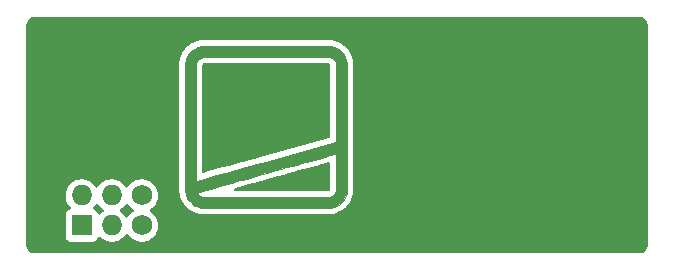
<source format=gbr>
%TF.GenerationSoftware,KiCad,Pcbnew,(6.0.7)*%
%TF.CreationDate,2022-09-05T18:40:36-05:00*%
%TF.ProjectId,Red Canary,52656420-4361-46e6-9172-792e6b696361,rev?*%
%TF.SameCoordinates,Original*%
%TF.FileFunction,Copper,L1,Top*%
%TF.FilePolarity,Positive*%
%FSLAX46Y46*%
G04 Gerber Fmt 4.6, Leading zero omitted, Abs format (unit mm)*
G04 Created by KiCad (PCBNEW (6.0.7)) date 2022-09-05 18:40:36*
%MOMM*%
%LPD*%
G01*
G04 APERTURE LIST*
%TA.AperFunction,EtchedComponent*%
%ADD10C,0.010000*%
%TD*%
%TA.AperFunction,ComponentPad*%
%ADD11O,1.727200X1.727200*%
%TD*%
%TA.AperFunction,ComponentPad*%
%ADD12R,1.727200X1.727200*%
%TD*%
%TA.AperFunction,ComponentPad*%
%ADD13C,1.727200*%
%TD*%
G04 APERTURE END LIST*
%TO.C,G\u002A\u002A\u002A*%
G36*
X139262866Y-108548687D02*
G01*
X139259950Y-108510407D01*
X139257289Y-108463368D01*
X139254871Y-108406006D01*
X139252684Y-108336756D01*
X139250717Y-108254052D01*
X139248958Y-108156330D01*
X139247396Y-108042024D01*
X139246018Y-107909569D01*
X139244814Y-107757401D01*
X139243772Y-107583953D01*
X139242880Y-107387662D01*
X139242126Y-107166962D01*
X139241498Y-106920288D01*
X139240986Y-106646075D01*
X139240577Y-106342758D01*
X139240260Y-106008772D01*
X139240023Y-105642551D01*
X139239855Y-105242532D01*
X139239744Y-104807147D01*
X139239677Y-104334834D01*
X139239645Y-103824026D01*
X139239634Y-103273159D01*
X139239634Y-103010084D01*
X139239639Y-102440399D01*
X139239664Y-101911484D01*
X139239719Y-101421778D01*
X139239816Y-100969715D01*
X139239917Y-100687041D01*
X140149604Y-100687041D01*
X140149623Y-101118442D01*
X140149692Y-101587322D01*
X140149765Y-102095298D01*
X140149800Y-102643983D01*
X140149800Y-102646347D01*
X140149822Y-103100826D01*
X140149888Y-103544040D01*
X140149995Y-103974136D01*
X140150141Y-104389259D01*
X140150325Y-104787557D01*
X140150544Y-105167176D01*
X140150796Y-105526262D01*
X140151080Y-105862963D01*
X140151393Y-106175423D01*
X140151734Y-106461790D01*
X140152100Y-106720211D01*
X140152490Y-106948832D01*
X140152901Y-107145798D01*
X140153331Y-107309258D01*
X140153780Y-107437357D01*
X140154243Y-107528241D01*
X140154720Y-107580058D01*
X140155092Y-107592169D01*
X140175651Y-107586505D01*
X140235378Y-107569892D01*
X140332671Y-107542778D01*
X140465927Y-107505612D01*
X140633543Y-107458840D01*
X140833917Y-107402911D01*
X141065447Y-107338271D01*
X141326530Y-107265369D01*
X141615563Y-107184652D01*
X141930945Y-107096568D01*
X142271071Y-107001564D01*
X142634340Y-106900087D01*
X143019150Y-106792586D01*
X143423897Y-106679508D01*
X143846980Y-106561301D01*
X144286795Y-106438412D01*
X144741740Y-106311289D01*
X145210213Y-106180379D01*
X145690611Y-106046130D01*
X146087050Y-105935339D01*
X152013717Y-104279007D01*
X152013717Y-97591417D01*
X151967978Y-97492448D01*
X151888935Y-97364294D01*
X151780526Y-97248485D01*
X151655707Y-97158263D01*
X151625157Y-97142089D01*
X151505717Y-97083417D01*
X146161134Y-97077803D01*
X145526275Y-97077210D01*
X144933237Y-97076808D01*
X144381505Y-97076598D01*
X143870568Y-97076584D01*
X143399912Y-97076766D01*
X142969023Y-97077145D01*
X142577390Y-97077724D01*
X142224499Y-97078504D01*
X141909837Y-97079487D01*
X141632891Y-97080674D01*
X141393149Y-97082066D01*
X141190096Y-97083666D01*
X141023221Y-97085474D01*
X140892010Y-97087494D01*
X140795951Y-97089725D01*
X140734530Y-97092169D01*
X140708251Y-97094592D01*
X140571041Y-97141281D01*
X140438743Y-97219162D01*
X140326822Y-97318428D01*
X140295322Y-97356415D01*
X140279650Y-97375983D01*
X140265140Y-97392635D01*
X140251746Y-97407986D01*
X140239424Y-97423652D01*
X140228130Y-97441248D01*
X140217819Y-97462392D01*
X140208447Y-97488698D01*
X140199970Y-97521782D01*
X140192342Y-97563260D01*
X140185519Y-97614749D01*
X140179457Y-97677863D01*
X140174112Y-97754219D01*
X140169439Y-97845433D01*
X140165394Y-97953120D01*
X140161932Y-98078896D01*
X140159008Y-98224377D01*
X140156579Y-98391178D01*
X140154600Y-98580917D01*
X140153025Y-98795208D01*
X140151812Y-99035667D01*
X140150916Y-99303910D01*
X140150291Y-99601553D01*
X140149894Y-99930212D01*
X140149680Y-100291503D01*
X140149604Y-100687041D01*
X139239917Y-100687041D01*
X139239966Y-100553735D01*
X139240180Y-100172273D01*
X139240470Y-99823767D01*
X139240847Y-99506654D01*
X139241323Y-99219371D01*
X139241909Y-98960355D01*
X139242616Y-98728043D01*
X139243456Y-98520873D01*
X139244440Y-98337281D01*
X139245579Y-98175704D01*
X139246885Y-98034579D01*
X139248369Y-97912345D01*
X139250042Y-97807437D01*
X139251917Y-97718292D01*
X139254003Y-97643349D01*
X139256313Y-97581043D01*
X139258858Y-97529813D01*
X139261650Y-97488094D01*
X139264699Y-97454325D01*
X139268017Y-97426942D01*
X139271615Y-97404382D01*
X139275505Y-97385083D01*
X139279699Y-97367481D01*
X139280695Y-97363557D01*
X139364203Y-97119738D01*
X139483598Y-96896592D01*
X139636576Y-96696525D01*
X139820834Y-96521945D01*
X140034067Y-96375260D01*
X140273973Y-96258877D01*
X140372050Y-96222964D01*
X140520217Y-96173250D01*
X146023550Y-96167374D01*
X146597305Y-96166777D01*
X147130269Y-96166261D01*
X147623986Y-96165834D01*
X148079998Y-96165503D01*
X148499848Y-96165276D01*
X148885079Y-96165162D01*
X149237234Y-96165167D01*
X149557856Y-96165301D01*
X149848487Y-96165570D01*
X150110671Y-96165983D01*
X150345950Y-96166548D01*
X150555867Y-96167271D01*
X150741965Y-96168162D01*
X150905787Y-96169227D01*
X151048876Y-96170476D01*
X151172774Y-96171915D01*
X151279025Y-96173552D01*
X151369170Y-96175396D01*
X151444754Y-96177454D01*
X151507319Y-96179733D01*
X151558408Y-96182243D01*
X151599563Y-96184990D01*
X151632328Y-96187983D01*
X151658245Y-96191229D01*
X151678858Y-96194736D01*
X151685634Y-96196142D01*
X151935873Y-96271391D01*
X152164777Y-96383146D01*
X152371830Y-96531113D01*
X152515185Y-96668607D01*
X152676050Y-96870729D01*
X152798586Y-97088508D01*
X152884195Y-97325047D01*
X152934275Y-97583450D01*
X152936438Y-97602000D01*
X152938554Y-97642531D01*
X152940525Y-97724321D01*
X152942348Y-97846292D01*
X152944020Y-98007371D01*
X152945539Y-98206482D01*
X152946902Y-98442550D01*
X152948106Y-98714499D01*
X152949148Y-99021254D01*
X152950025Y-99361740D01*
X152950736Y-99734882D01*
X152951276Y-100139604D01*
X152951643Y-100574831D01*
X152951834Y-101039488D01*
X152951847Y-101532500D01*
X152951679Y-102052790D01*
X152951327Y-102599285D01*
X152950813Y-103147667D01*
X152945050Y-108513417D01*
X152898092Y-108678236D01*
X152805689Y-108928703D01*
X152678895Y-109155542D01*
X152519750Y-109356694D01*
X152330291Y-109530098D01*
X152112556Y-109673694D01*
X151868582Y-109785421D01*
X151769721Y-109818999D01*
X151611550Y-109867924D01*
X146161134Y-109870814D01*
X145682351Y-109871007D01*
X145213999Y-109871076D01*
X144757891Y-109871025D01*
X144315838Y-109870858D01*
X143889653Y-109870581D01*
X143481147Y-109870196D01*
X143092134Y-109869708D01*
X142724425Y-109869121D01*
X142379832Y-109868440D01*
X142060168Y-109867669D01*
X141767245Y-109866812D01*
X141502874Y-109865872D01*
X141268869Y-109864855D01*
X141067041Y-109863764D01*
X140899203Y-109862605D01*
X140767167Y-109861380D01*
X140672744Y-109860094D01*
X140617747Y-109858751D01*
X140604387Y-109857915D01*
X140365991Y-109802651D01*
X140126189Y-109706989D01*
X140075717Y-109681864D01*
X139923646Y-109586945D01*
X139770954Y-109461787D01*
X139627991Y-109316877D01*
X139505109Y-109162697D01*
X139413206Y-109010834D01*
X139366005Y-108906076D01*
X139321264Y-108789982D01*
X139287170Y-108684177D01*
X139281676Y-108663489D01*
X139277311Y-108645525D01*
X139273260Y-108626628D01*
X139269509Y-108605232D01*
X139267835Y-108592912D01*
X140238028Y-108592912D01*
X140238811Y-108595618D01*
X140307597Y-108691217D01*
X140405134Y-108783959D01*
X140518490Y-108863597D01*
X140634734Y-108919883D01*
X140657800Y-108927623D01*
X140683374Y-108929039D01*
X140749485Y-108930394D01*
X140854337Y-108931684D01*
X140996134Y-108932906D01*
X141173080Y-108934055D01*
X141383379Y-108935127D01*
X141625236Y-108936117D01*
X141896852Y-108937023D01*
X142196434Y-108937838D01*
X142522185Y-108938560D01*
X142872308Y-108939184D01*
X143245007Y-108939706D01*
X143638488Y-108940122D01*
X144050952Y-108940427D01*
X144480605Y-108940617D01*
X144925651Y-108940689D01*
X145384292Y-108940638D01*
X145854734Y-108940460D01*
X146118800Y-108940306D01*
X151526884Y-108936750D01*
X151637301Y-108878544D01*
X151783433Y-108779456D01*
X151897086Y-108653272D01*
X151958264Y-108546997D01*
X152013717Y-108428750D01*
X152019532Y-106843936D01*
X152025346Y-105259123D01*
X151977198Y-105271493D01*
X151953045Y-105278150D01*
X151889749Y-105295743D01*
X151788936Y-105323818D01*
X151652235Y-105361919D01*
X151481274Y-105409593D01*
X151277682Y-105466386D01*
X151043085Y-105531841D01*
X150779113Y-105605506D01*
X150487393Y-105686926D01*
X150169553Y-105775646D01*
X149827222Y-105871212D01*
X149462028Y-105973170D01*
X149075597Y-106081064D01*
X148669560Y-106194440D01*
X148245543Y-106312845D01*
X147805175Y-106435823D01*
X147350083Y-106562920D01*
X146881897Y-106693682D01*
X146402243Y-106827653D01*
X146073140Y-106919579D01*
X145493782Y-107081421D01*
X144953827Y-107232290D01*
X144451898Y-107372578D01*
X143986622Y-107502683D01*
X143556623Y-107622998D01*
X143160525Y-107733919D01*
X142796953Y-107835841D01*
X142464532Y-107929159D01*
X142161887Y-108014268D01*
X141887642Y-108091564D01*
X141640421Y-108161440D01*
X141418851Y-108224293D01*
X141221554Y-108280518D01*
X141047157Y-108330509D01*
X140894283Y-108374661D01*
X140761557Y-108413371D01*
X140647605Y-108447032D01*
X140551050Y-108476040D01*
X140470517Y-108500790D01*
X140404632Y-108521677D01*
X140352019Y-108539096D01*
X140311302Y-108553443D01*
X140281106Y-108565112D01*
X140260056Y-108574498D01*
X140246776Y-108581997D01*
X140239892Y-108588003D01*
X140238028Y-108592912D01*
X139267835Y-108592912D01*
X139266049Y-108579774D01*
X139262866Y-108548687D01*
G37*
D10*
X139262866Y-108548687D02*
X139259950Y-108510407D01*
X139257289Y-108463368D01*
X139254871Y-108406006D01*
X139252684Y-108336756D01*
X139250717Y-108254052D01*
X139248958Y-108156330D01*
X139247396Y-108042024D01*
X139246018Y-107909569D01*
X139244814Y-107757401D01*
X139243772Y-107583953D01*
X139242880Y-107387662D01*
X139242126Y-107166962D01*
X139241498Y-106920288D01*
X139240986Y-106646075D01*
X139240577Y-106342758D01*
X139240260Y-106008772D01*
X139240023Y-105642551D01*
X139239855Y-105242532D01*
X139239744Y-104807147D01*
X139239677Y-104334834D01*
X139239645Y-103824026D01*
X139239634Y-103273159D01*
X139239634Y-103010084D01*
X139239639Y-102440399D01*
X139239664Y-101911484D01*
X139239719Y-101421778D01*
X139239816Y-100969715D01*
X139239917Y-100687041D01*
X140149604Y-100687041D01*
X140149623Y-101118442D01*
X140149692Y-101587322D01*
X140149765Y-102095298D01*
X140149800Y-102643983D01*
X140149800Y-102646347D01*
X140149822Y-103100826D01*
X140149888Y-103544040D01*
X140149995Y-103974136D01*
X140150141Y-104389259D01*
X140150325Y-104787557D01*
X140150544Y-105167176D01*
X140150796Y-105526262D01*
X140151080Y-105862963D01*
X140151393Y-106175423D01*
X140151734Y-106461790D01*
X140152100Y-106720211D01*
X140152490Y-106948832D01*
X140152901Y-107145798D01*
X140153331Y-107309258D01*
X140153780Y-107437357D01*
X140154243Y-107528241D01*
X140154720Y-107580058D01*
X140155092Y-107592169D01*
X140175651Y-107586505D01*
X140235378Y-107569892D01*
X140332671Y-107542778D01*
X140465927Y-107505612D01*
X140633543Y-107458840D01*
X140833917Y-107402911D01*
X141065447Y-107338271D01*
X141326530Y-107265369D01*
X141615563Y-107184652D01*
X141930945Y-107096568D01*
X142271071Y-107001564D01*
X142634340Y-106900087D01*
X143019150Y-106792586D01*
X143423897Y-106679508D01*
X143846980Y-106561301D01*
X144286795Y-106438412D01*
X144741740Y-106311289D01*
X145210213Y-106180379D01*
X145690611Y-106046130D01*
X146087050Y-105935339D01*
X152013717Y-104279007D01*
X152013717Y-97591417D01*
X151967978Y-97492448D01*
X151888935Y-97364294D01*
X151780526Y-97248485D01*
X151655707Y-97158263D01*
X151625157Y-97142089D01*
X151505717Y-97083417D01*
X146161134Y-97077803D01*
X145526275Y-97077210D01*
X144933237Y-97076808D01*
X144381505Y-97076598D01*
X143870568Y-97076584D01*
X143399912Y-97076766D01*
X142969023Y-97077145D01*
X142577390Y-97077724D01*
X142224499Y-97078504D01*
X141909837Y-97079487D01*
X141632891Y-97080674D01*
X141393149Y-97082066D01*
X141190096Y-97083666D01*
X141023221Y-97085474D01*
X140892010Y-97087494D01*
X140795951Y-97089725D01*
X140734530Y-97092169D01*
X140708251Y-97094592D01*
X140571041Y-97141281D01*
X140438743Y-97219162D01*
X140326822Y-97318428D01*
X140295322Y-97356415D01*
X140279650Y-97375983D01*
X140265140Y-97392635D01*
X140251746Y-97407986D01*
X140239424Y-97423652D01*
X140228130Y-97441248D01*
X140217819Y-97462392D01*
X140208447Y-97488698D01*
X140199970Y-97521782D01*
X140192342Y-97563260D01*
X140185519Y-97614749D01*
X140179457Y-97677863D01*
X140174112Y-97754219D01*
X140169439Y-97845433D01*
X140165394Y-97953120D01*
X140161932Y-98078896D01*
X140159008Y-98224377D01*
X140156579Y-98391178D01*
X140154600Y-98580917D01*
X140153025Y-98795208D01*
X140151812Y-99035667D01*
X140150916Y-99303910D01*
X140150291Y-99601553D01*
X140149894Y-99930212D01*
X140149680Y-100291503D01*
X140149604Y-100687041D01*
X139239917Y-100687041D01*
X139239966Y-100553735D01*
X139240180Y-100172273D01*
X139240470Y-99823767D01*
X139240847Y-99506654D01*
X139241323Y-99219371D01*
X139241909Y-98960355D01*
X139242616Y-98728043D01*
X139243456Y-98520873D01*
X139244440Y-98337281D01*
X139245579Y-98175704D01*
X139246885Y-98034579D01*
X139248369Y-97912345D01*
X139250042Y-97807437D01*
X139251917Y-97718292D01*
X139254003Y-97643349D01*
X139256313Y-97581043D01*
X139258858Y-97529813D01*
X139261650Y-97488094D01*
X139264699Y-97454325D01*
X139268017Y-97426942D01*
X139271615Y-97404382D01*
X139275505Y-97385083D01*
X139279699Y-97367481D01*
X139280695Y-97363557D01*
X139364203Y-97119738D01*
X139483598Y-96896592D01*
X139636576Y-96696525D01*
X139820834Y-96521945D01*
X140034067Y-96375260D01*
X140273973Y-96258877D01*
X140372050Y-96222964D01*
X140520217Y-96173250D01*
X146023550Y-96167374D01*
X146597305Y-96166777D01*
X147130269Y-96166261D01*
X147623986Y-96165834D01*
X148079998Y-96165503D01*
X148499848Y-96165276D01*
X148885079Y-96165162D01*
X149237234Y-96165167D01*
X149557856Y-96165301D01*
X149848487Y-96165570D01*
X150110671Y-96165983D01*
X150345950Y-96166548D01*
X150555867Y-96167271D01*
X150741965Y-96168162D01*
X150905787Y-96169227D01*
X151048876Y-96170476D01*
X151172774Y-96171915D01*
X151279025Y-96173552D01*
X151369170Y-96175396D01*
X151444754Y-96177454D01*
X151507319Y-96179733D01*
X151558408Y-96182243D01*
X151599563Y-96184990D01*
X151632328Y-96187983D01*
X151658245Y-96191229D01*
X151678858Y-96194736D01*
X151685634Y-96196142D01*
X151935873Y-96271391D01*
X152164777Y-96383146D01*
X152371830Y-96531113D01*
X152515185Y-96668607D01*
X152676050Y-96870729D01*
X152798586Y-97088508D01*
X152884195Y-97325047D01*
X152934275Y-97583450D01*
X152936438Y-97602000D01*
X152938554Y-97642531D01*
X152940525Y-97724321D01*
X152942348Y-97846292D01*
X152944020Y-98007371D01*
X152945539Y-98206482D01*
X152946902Y-98442550D01*
X152948106Y-98714499D01*
X152949148Y-99021254D01*
X152950025Y-99361740D01*
X152950736Y-99734882D01*
X152951276Y-100139604D01*
X152951643Y-100574831D01*
X152951834Y-101039488D01*
X152951847Y-101532500D01*
X152951679Y-102052790D01*
X152951327Y-102599285D01*
X152950813Y-103147667D01*
X152945050Y-108513417D01*
X152898092Y-108678236D01*
X152805689Y-108928703D01*
X152678895Y-109155542D01*
X152519750Y-109356694D01*
X152330291Y-109530098D01*
X152112556Y-109673694D01*
X151868582Y-109785421D01*
X151769721Y-109818999D01*
X151611550Y-109867924D01*
X146161134Y-109870814D01*
X145682351Y-109871007D01*
X145213999Y-109871076D01*
X144757891Y-109871025D01*
X144315838Y-109870858D01*
X143889653Y-109870581D01*
X143481147Y-109870196D01*
X143092134Y-109869708D01*
X142724425Y-109869121D01*
X142379832Y-109868440D01*
X142060168Y-109867669D01*
X141767245Y-109866812D01*
X141502874Y-109865872D01*
X141268869Y-109864855D01*
X141067041Y-109863764D01*
X140899203Y-109862605D01*
X140767167Y-109861380D01*
X140672744Y-109860094D01*
X140617747Y-109858751D01*
X140604387Y-109857915D01*
X140365991Y-109802651D01*
X140126189Y-109706989D01*
X140075717Y-109681864D01*
X139923646Y-109586945D01*
X139770954Y-109461787D01*
X139627991Y-109316877D01*
X139505109Y-109162697D01*
X139413206Y-109010834D01*
X139366005Y-108906076D01*
X139321264Y-108789982D01*
X139287170Y-108684177D01*
X139281676Y-108663489D01*
X139277311Y-108645525D01*
X139273260Y-108626628D01*
X139269509Y-108605232D01*
X139267835Y-108592912D01*
X140238028Y-108592912D01*
X140238811Y-108595618D01*
X140307597Y-108691217D01*
X140405134Y-108783959D01*
X140518490Y-108863597D01*
X140634734Y-108919883D01*
X140657800Y-108927623D01*
X140683374Y-108929039D01*
X140749485Y-108930394D01*
X140854337Y-108931684D01*
X140996134Y-108932906D01*
X141173080Y-108934055D01*
X141383379Y-108935127D01*
X141625236Y-108936117D01*
X141896852Y-108937023D01*
X142196434Y-108937838D01*
X142522185Y-108938560D01*
X142872308Y-108939184D01*
X143245007Y-108939706D01*
X143638488Y-108940122D01*
X144050952Y-108940427D01*
X144480605Y-108940617D01*
X144925651Y-108940689D01*
X145384292Y-108940638D01*
X145854734Y-108940460D01*
X146118800Y-108940306D01*
X151526884Y-108936750D01*
X151637301Y-108878544D01*
X151783433Y-108779456D01*
X151897086Y-108653272D01*
X151958264Y-108546997D01*
X152013717Y-108428750D01*
X152019532Y-106843936D01*
X152025346Y-105259123D01*
X151977198Y-105271493D01*
X151953045Y-105278150D01*
X151889749Y-105295743D01*
X151788936Y-105323818D01*
X151652235Y-105361919D01*
X151481274Y-105409593D01*
X151277682Y-105466386D01*
X151043085Y-105531841D01*
X150779113Y-105605506D01*
X150487393Y-105686926D01*
X150169553Y-105775646D01*
X149827222Y-105871212D01*
X149462028Y-105973170D01*
X149075597Y-106081064D01*
X148669560Y-106194440D01*
X148245543Y-106312845D01*
X147805175Y-106435823D01*
X147350083Y-106562920D01*
X146881897Y-106693682D01*
X146402243Y-106827653D01*
X146073140Y-106919579D01*
X145493782Y-107081421D01*
X144953827Y-107232290D01*
X144451898Y-107372578D01*
X143986622Y-107502683D01*
X143556623Y-107622998D01*
X143160525Y-107733919D01*
X142796953Y-107835841D01*
X142464532Y-107929159D01*
X142161887Y-108014268D01*
X141887642Y-108091564D01*
X141640421Y-108161440D01*
X141418851Y-108224293D01*
X141221554Y-108280518D01*
X141047157Y-108330509D01*
X140894283Y-108374661D01*
X140761557Y-108413371D01*
X140647605Y-108447032D01*
X140551050Y-108476040D01*
X140470517Y-108500790D01*
X140404632Y-108521677D01*
X140352019Y-108539096D01*
X140311302Y-108553443D01*
X140281106Y-108565112D01*
X140260056Y-108574498D01*
X140246776Y-108581997D01*
X140239892Y-108588003D01*
X140238028Y-108592912D01*
X139267835Y-108592912D01*
X139266049Y-108579774D01*
X139262866Y-108548687D01*
%TD*%
D11*
%TO.P,X1,1,VCC*%
%TO.N,unconnected-(X1-Pad1)*%
X130489000Y-108808200D03*
D12*
%TO.P,X1,2,GND*%
%TO.N,unconnected-(X1-Pad2)*%
X130489000Y-111348200D03*
D11*
%TO.P,X1,3,SDA*%
%TO.N,unconnected-(X1-Pad3)*%
X133029000Y-108808200D03*
%TO.P,X1,4,SCL*%
%TO.N,unconnected-(X1-Pad4)*%
X133029000Y-111348200D03*
D13*
%TO.P,X1,5,GPIO1*%
%TO.N,unconnected-(X1-Pad5)*%
X135569000Y-108808200D03*
%TO.P,X1,6,GPIO2*%
%TO.N,unconnected-(X1-Pad6)*%
X135569000Y-111348200D03*
%TD*%
%TA.AperFunction,NonConductor*%
G36*
X144136713Y-97590091D02*
G01*
X144380652Y-97590098D01*
X144380697Y-97590098D01*
X144932234Y-97590308D01*
X144932271Y-97590308D01*
X145527910Y-97590711D01*
X145527943Y-97590711D01*
X146156152Y-97591298D01*
X146156166Y-97591298D01*
X151345136Y-97596748D01*
X151418820Y-97620635D01*
X151429675Y-97628482D01*
X151447846Y-97644489D01*
X151466205Y-97664102D01*
X151498154Y-97727503D01*
X151500217Y-97750208D01*
X151500217Y-103793724D01*
X151480215Y-103861845D01*
X151426559Y-103908338D01*
X151408131Y-103915074D01*
X145947626Y-105441128D01*
X145590937Y-105540810D01*
X145590930Y-105540812D01*
X145094165Y-105679635D01*
X145094164Y-105679636D01*
X145094162Y-105679636D01*
X144612067Y-105814353D01*
X144173737Y-105936833D01*
X144173736Y-105936834D01*
X144173734Y-105936834D01*
X144020566Y-105979631D01*
X143701848Y-106068684D01*
X143701846Y-106068685D01*
X143259495Y-106192275D01*
X143259494Y-106192276D01*
X143259492Y-106192276D01*
X142879843Y-106298342D01*
X142531123Y-106395761D01*
X142423896Y-106425714D01*
X142131743Y-106507325D01*
X142131741Y-106507326D01*
X141771365Y-106607986D01*
X141771362Y-106607987D01*
X141480111Y-106689331D01*
X141480108Y-106689332D01*
X141194891Y-106768984D01*
X141194887Y-106768985D01*
X140929015Y-106843224D01*
X140929010Y-106843225D01*
X140825534Y-106872114D01*
X140754543Y-106871167D01*
X140695335Y-106831989D01*
X140666706Y-106767021D01*
X140665652Y-106750968D01*
X140665600Y-106720183D01*
X140665600Y-106720149D01*
X140665233Y-106461148D01*
X140665233Y-106461119D01*
X140664891Y-106172911D01*
X140664891Y-106172887D01*
X140664581Y-105863045D01*
X140664581Y-105863025D01*
X140664295Y-105524141D01*
X140664295Y-105524123D01*
X140664043Y-105165040D01*
X140664043Y-105165025D01*
X140663820Y-104777799D01*
X140663820Y-104777784D01*
X140663641Y-104388315D01*
X140663641Y-104388301D01*
X140663495Y-103974136D01*
X140663495Y-103974123D01*
X140663387Y-103538281D01*
X140663387Y-103538269D01*
X140663322Y-103096530D01*
X140663322Y-103096517D01*
X140663302Y-102683958D01*
X140663303Y-102683949D01*
X140663300Y-102629857D01*
X140663300Y-102607114D01*
X140663298Y-102607101D01*
X140663268Y-102135243D01*
X140663271Y-102135223D01*
X140663265Y-102092955D01*
X140663263Y-102058396D01*
X140663260Y-102058375D01*
X140663187Y-101550379D01*
X140663187Y-101550377D01*
X140663123Y-101113792D01*
X140663104Y-100695685D01*
X140663106Y-100694918D01*
X140663560Y-100620490D01*
X140663584Y-100616634D01*
X140663208Y-100615318D01*
X140663118Y-100613990D01*
X140663180Y-100290670D01*
X140663180Y-100290619D01*
X140663395Y-99929927D01*
X140663395Y-99929850D01*
X140663790Y-99602798D01*
X140663790Y-99602686D01*
X140664413Y-99305814D01*
X140664414Y-99305658D01*
X140665234Y-99059830D01*
X140665307Y-99038063D01*
X140665586Y-98982738D01*
X140666514Y-98798773D01*
X140666515Y-98798483D01*
X140668080Y-98585564D01*
X140668084Y-98585176D01*
X140670038Y-98397845D01*
X140670044Y-98397324D01*
X140672426Y-98233761D01*
X140672438Y-98233064D01*
X140675283Y-98091498D01*
X140675306Y-98090564D01*
X140678098Y-97989091D01*
X140678612Y-97970430D01*
X140678651Y-97969228D01*
X140678688Y-97968262D01*
X140682415Y-97869040D01*
X140682489Y-97867365D01*
X140682632Y-97864586D01*
X140685593Y-97806780D01*
X140686636Y-97786425D01*
X140686779Y-97784073D01*
X140690540Y-97730346D01*
X140715250Y-97663789D01*
X140732561Y-97644938D01*
X140732984Y-97644562D01*
X140752722Y-97630198D01*
X140770166Y-97619929D01*
X140831161Y-97602545D01*
X140901439Y-97600913D01*
X140902255Y-97600898D01*
X141029704Y-97598936D01*
X141030260Y-97598928D01*
X141194812Y-97597145D01*
X141319064Y-97596166D01*
X141396444Y-97595556D01*
X141396706Y-97595554D01*
X141635095Y-97594170D01*
X141635285Y-97594169D01*
X141908299Y-97592998D01*
X141911940Y-97592982D01*
X141912086Y-97592982D01*
X142086777Y-97592436D01*
X142225574Y-97592002D01*
X142225689Y-97592036D01*
X142225689Y-97592002D01*
X142577462Y-97591225D01*
X142577553Y-97591225D01*
X142969814Y-97590644D01*
X142969890Y-97590644D01*
X143400300Y-97590266D01*
X143400362Y-97590266D01*
X143849316Y-97590092D01*
X143871043Y-97590084D01*
X144136713Y-97590091D01*
G37*
%TD.AperFunction*%
%TA.AperFunction,NonConductor*%
G36*
X151419881Y-105980591D02*
G01*
X151479084Y-106019778D01*
X151507701Y-106084751D01*
X151508752Y-106101456D01*
X151506169Y-106805545D01*
X151500817Y-108264322D01*
X151500766Y-108278093D01*
X151480514Y-108346140D01*
X151468392Y-108361954D01*
X151453869Y-108378079D01*
X151430944Y-108398051D01*
X151425623Y-108401658D01*
X151355006Y-108423363D01*
X146110213Y-108426811D01*
X146110204Y-108426811D01*
X145855953Y-108426960D01*
X145855927Y-108426960D01*
X145382731Y-108427139D01*
X145382697Y-108427139D01*
X145095829Y-108427170D01*
X144927063Y-108427189D01*
X144801766Y-108427169D01*
X144479609Y-108427117D01*
X144479573Y-108427117D01*
X144051244Y-108426927D01*
X144051207Y-108426927D01*
X143638275Y-108426622D01*
X143638235Y-108426622D01*
X143508688Y-108426485D01*
X143440589Y-108406411D01*
X143394153Y-108352706D01*
X143384124Y-108282421D01*
X143413685Y-108217872D01*
X143474844Y-108179153D01*
X143527512Y-108164404D01*
X143693944Y-108117797D01*
X143693971Y-108117797D01*
X143693969Y-108117790D01*
X144126902Y-107996655D01*
X144126921Y-107996650D01*
X144594968Y-107865770D01*
X144594983Y-107865766D01*
X145084296Y-107729004D01*
X145084306Y-107729001D01*
X145637788Y-107574352D01*
X145637795Y-107574350D01*
X146185953Y-107421224D01*
X146185956Y-107421223D01*
X146528346Y-107325585D01*
X146528347Y-107325584D01*
X146791946Y-107251960D01*
X147055542Y-107178336D01*
X147055543Y-107178335D01*
X147495988Y-107055322D01*
X147495989Y-107055321D01*
X147737400Y-106987901D01*
X147978806Y-106920482D01*
X147978808Y-106920481D01*
X148365918Y-106812376D01*
X148365919Y-106812375D01*
X148587580Y-106750478D01*
X148809237Y-106688582D01*
X148809239Y-106688581D01*
X148828141Y-106683303D01*
X149249208Y-106565730D01*
X149604760Y-106466458D01*
X149987283Y-106359662D01*
X149987286Y-106359661D01*
X150301853Y-106271847D01*
X150301856Y-106271846D01*
X150586915Y-106192276D01*
X150633774Y-106179196D01*
X150910988Y-106101825D01*
X150972171Y-106084751D01*
X151189574Y-106024082D01*
X151189580Y-106024080D01*
X151348891Y-105979631D01*
X151419881Y-105980591D01*
G37*
%TD.AperFunction*%
%TA.AperFunction,NonConductor*%
G36*
X131848032Y-109515016D02*
G01*
X131868125Y-109539999D01*
X131915275Y-109616943D01*
X131915279Y-109616948D01*
X131917975Y-109621347D01*
X132065702Y-109791887D01*
X132239299Y-109936010D01*
X132243751Y-109938612D01*
X132243756Y-109938615D01*
X132293069Y-109967431D01*
X132341792Y-110019070D01*
X132354863Y-110088853D01*
X132328131Y-110154625D01*
X132297595Y-110181983D01*
X132295335Y-110183160D01*
X132211236Y-110246303D01*
X132137723Y-110301498D01*
X132114905Y-110318630D01*
X132111333Y-110322368D01*
X132051411Y-110385072D01*
X131989887Y-110420501D01*
X131918975Y-110417044D01*
X131861188Y-110375798D01*
X131842336Y-110342250D01*
X131812706Y-110263212D01*
X131803215Y-110237895D01*
X131715861Y-110121339D01*
X131599305Y-110033985D01*
X131590896Y-110030833D01*
X131590895Y-110030832D01*
X131494838Y-109994822D01*
X131438073Y-109952181D01*
X131413373Y-109885619D01*
X131428580Y-109816270D01*
X131450127Y-109787589D01*
X131528337Y-109709651D01*
X131537487Y-109700533D01*
X131594388Y-109621347D01*
X131658370Y-109532307D01*
X131714364Y-109488659D01*
X131785068Y-109482213D01*
X131848032Y-109515016D01*
G37*
%TD.AperFunction*%
%TA.AperFunction,NonConductor*%
G36*
X134388032Y-109515016D02*
G01*
X134408125Y-109539999D01*
X134455275Y-109616943D01*
X134455279Y-109616948D01*
X134457975Y-109621347D01*
X134605702Y-109791887D01*
X134779299Y-109936010D01*
X134783751Y-109938612D01*
X134783756Y-109938615D01*
X134833069Y-109967431D01*
X134881792Y-110019070D01*
X134894863Y-110088853D01*
X134868131Y-110154625D01*
X134837595Y-110181983D01*
X134835335Y-110183160D01*
X134751236Y-110246303D01*
X134677723Y-110301498D01*
X134654905Y-110318630D01*
X134499024Y-110481750D01*
X134496109Y-110486024D01*
X134496106Y-110486027D01*
X134402503Y-110623243D01*
X134347592Y-110668246D01*
X134277067Y-110676417D01*
X134213320Y-110645163D01*
X134192623Y-110620679D01*
X134122634Y-110512491D01*
X134122632Y-110512488D01*
X134119826Y-110508151D01*
X133967977Y-110341271D01*
X133963926Y-110338072D01*
X133963922Y-110338068D01*
X133794966Y-110204634D01*
X133794962Y-110204632D01*
X133790911Y-110201432D01*
X133767535Y-110188528D01*
X133717564Y-110138096D01*
X133702792Y-110068653D01*
X133727908Y-110002247D01*
X133755259Y-109975641D01*
X133913455Y-109862801D01*
X133913459Y-109862797D01*
X133917667Y-109859796D01*
X134077487Y-109700533D01*
X134134388Y-109621347D01*
X134198370Y-109532307D01*
X134254364Y-109488659D01*
X134325068Y-109482213D01*
X134388032Y-109515016D01*
G37*
%TD.AperFunction*%
%TA.AperFunction,NonConductor*%
G36*
X177663386Y-93676326D02*
G01*
X177815372Y-93691530D01*
X177840049Y-93696527D01*
X177931206Y-93724716D01*
X177949079Y-93730243D01*
X177971844Y-93739816D01*
X178070394Y-93793174D01*
X178090559Y-93806760D01*
X178176654Y-93877752D01*
X178193732Y-93894836D01*
X178228008Y-93936431D01*
X178264710Y-93980971D01*
X178278272Y-94001106D01*
X178305796Y-94051943D01*
X178331684Y-94099757D01*
X178341258Y-94122524D01*
X178375012Y-94231679D01*
X178380005Y-94256305D01*
X178395269Y-94408203D01*
X178395900Y-94420801D01*
X178395900Y-112965215D01*
X178395269Y-112977808D01*
X178380002Y-113129798D01*
X178375009Y-113154429D01*
X178341257Y-113263577D01*
X178331683Y-113286344D01*
X178278276Y-113384986D01*
X178264714Y-113405122D01*
X178193796Y-113491186D01*
X178176691Y-113508292D01*
X178090620Y-113579216D01*
X178070488Y-113592774D01*
X177971842Y-113646184D01*
X177949075Y-113655758D01*
X177839929Y-113689509D01*
X177815298Y-113694502D01*
X177663307Y-113709769D01*
X177650714Y-113710400D01*
X126523802Y-113710400D01*
X126511204Y-113709769D01*
X126359307Y-113694505D01*
X126334680Y-113689512D01*
X126225521Y-113655756D01*
X126202756Y-113646182D01*
X126104115Y-113592776D01*
X126083978Y-113579214D01*
X125997833Y-113508229D01*
X125980751Y-113491153D01*
X125909763Y-113405062D01*
X125896175Y-113384894D01*
X125842876Y-113286452D01*
X125833288Y-113263639D01*
X125824030Y-113233658D01*
X125799587Y-113154506D01*
X125794610Y-113129928D01*
X125787820Y-113062318D01*
X125779331Y-112977807D01*
X125778700Y-112965215D01*
X125778700Y-108774562D01*
X129112609Y-108774562D01*
X129112906Y-108779714D01*
X129112906Y-108779718D01*
X129121719Y-108932551D01*
X129125597Y-108999814D01*
X129126734Y-109004860D01*
X129126735Y-109004866D01*
X129154719Y-109129040D01*
X129175200Y-109219920D01*
X129177142Y-109224702D01*
X129177143Y-109224706D01*
X129256515Y-109420175D01*
X129260086Y-109428969D01*
X129377975Y-109621347D01*
X129522909Y-109788662D01*
X129522909Y-109788663D01*
X129525702Y-109791887D01*
X129525036Y-109792464D01*
X129557456Y-109850387D01*
X129553131Y-109921252D01*
X129511181Y-109978530D01*
X129478851Y-109996438D01*
X129387105Y-110030832D01*
X129387104Y-110030833D01*
X129378695Y-110033985D01*
X129262139Y-110121339D01*
X129174785Y-110237895D01*
X129123655Y-110374284D01*
X129116900Y-110436466D01*
X129116900Y-112259934D01*
X129123655Y-112322116D01*
X129174785Y-112458505D01*
X129262139Y-112575061D01*
X129378695Y-112662415D01*
X129515084Y-112713545D01*
X129577266Y-112720300D01*
X131400734Y-112720300D01*
X131462916Y-112713545D01*
X131599305Y-112662415D01*
X131715861Y-112575061D01*
X131803215Y-112458505D01*
X131841213Y-112357146D01*
X131883854Y-112300381D01*
X131950416Y-112275681D01*
X132019765Y-112290888D01*
X132054431Y-112318876D01*
X132065702Y-112331887D01*
X132239299Y-112476010D01*
X132243751Y-112478612D01*
X132243756Y-112478615D01*
X132333091Y-112530818D01*
X132434103Y-112589845D01*
X132644884Y-112670334D01*
X132649952Y-112671365D01*
X132649955Y-112671366D01*
X132758404Y-112693430D01*
X132865981Y-112715317D01*
X132871156Y-112715507D01*
X132871158Y-112715507D01*
X133086292Y-112723396D01*
X133086296Y-112723396D01*
X133091456Y-112723585D01*
X133096576Y-112722929D01*
X133096578Y-112722929D01*
X133191485Y-112710771D01*
X133315253Y-112694916D01*
X133320202Y-112693431D01*
X133320208Y-112693430D01*
X133526413Y-112631565D01*
X133526412Y-112631565D01*
X133531363Y-112630080D01*
X133658327Y-112567881D01*
X133729331Y-112533097D01*
X133729336Y-112533094D01*
X133733982Y-112530818D01*
X133738192Y-112527815D01*
X133738197Y-112527812D01*
X133913455Y-112402801D01*
X133913459Y-112402797D01*
X133917667Y-112399796D01*
X134077487Y-112240533D01*
X134198370Y-112072307D01*
X134254364Y-112028659D01*
X134325068Y-112022213D01*
X134388032Y-112055016D01*
X134408125Y-112079999D01*
X134455275Y-112156943D01*
X134455283Y-112156953D01*
X134457975Y-112161347D01*
X134605702Y-112331887D01*
X134779299Y-112476010D01*
X134783751Y-112478612D01*
X134783756Y-112478615D01*
X134873091Y-112530818D01*
X134974103Y-112589845D01*
X135184884Y-112670334D01*
X135189952Y-112671365D01*
X135189955Y-112671366D01*
X135298404Y-112693430D01*
X135405981Y-112715317D01*
X135411156Y-112715507D01*
X135411158Y-112715507D01*
X135626292Y-112723396D01*
X135626296Y-112723396D01*
X135631456Y-112723585D01*
X135636576Y-112722929D01*
X135636578Y-112722929D01*
X135731485Y-112710771D01*
X135855253Y-112694916D01*
X135860202Y-112693431D01*
X135860208Y-112693430D01*
X136066413Y-112631565D01*
X136066412Y-112631565D01*
X136071363Y-112630080D01*
X136198327Y-112567881D01*
X136269331Y-112533097D01*
X136269336Y-112533094D01*
X136273982Y-112530818D01*
X136278192Y-112527815D01*
X136278197Y-112527812D01*
X136453455Y-112402801D01*
X136453459Y-112402797D01*
X136457667Y-112399796D01*
X136617487Y-112240533D01*
X136749150Y-112057305D01*
X136849118Y-111855035D01*
X136914708Y-111639152D01*
X136944158Y-111415456D01*
X136945802Y-111348200D01*
X136927315Y-111123332D01*
X136872349Y-110904504D01*
X136782380Y-110697591D01*
X136734282Y-110623243D01*
X136662634Y-110512491D01*
X136662632Y-110512488D01*
X136659826Y-110508151D01*
X136507977Y-110341271D01*
X136503926Y-110338072D01*
X136503922Y-110338068D01*
X136334966Y-110204634D01*
X136334962Y-110204632D01*
X136330911Y-110201432D01*
X136307535Y-110188528D01*
X136257564Y-110138096D01*
X136242792Y-110068653D01*
X136267908Y-110002247D01*
X136295259Y-109975641D01*
X136453455Y-109862801D01*
X136453459Y-109862797D01*
X136457667Y-109859796D01*
X136617487Y-109700533D01*
X136749150Y-109517305D01*
X136849118Y-109315035D01*
X136905627Y-109129040D01*
X136913206Y-109104096D01*
X136913206Y-109104095D01*
X136914708Y-109099152D01*
X136915383Y-109094026D01*
X136943721Y-108878778D01*
X136943722Y-108878772D01*
X136944158Y-108875456D01*
X136945377Y-108825583D01*
X136945720Y-108811564D01*
X136945720Y-108811560D01*
X136945802Y-108808200D01*
X136927315Y-108583332D01*
X136872349Y-108364504D01*
X136782380Y-108157591D01*
X136741973Y-108095131D01*
X136662634Y-107972491D01*
X136662632Y-107972488D01*
X136659826Y-107968151D01*
X136507977Y-107801271D01*
X136503926Y-107798072D01*
X136503922Y-107798068D01*
X136334966Y-107664634D01*
X136334962Y-107664632D01*
X136330911Y-107661432D01*
X136133383Y-107552391D01*
X135920698Y-107477076D01*
X135870297Y-107468098D01*
X135703657Y-107438414D01*
X135703653Y-107438414D01*
X135698569Y-107437508D01*
X135626574Y-107436629D01*
X135478129Y-107434815D01*
X135478127Y-107434815D01*
X135472959Y-107434752D01*
X135249929Y-107468880D01*
X135035468Y-107538977D01*
X134835335Y-107643160D01*
X134831202Y-107646263D01*
X134831199Y-107646265D01*
X134659040Y-107775525D01*
X134654905Y-107778630D01*
X134499024Y-107941750D01*
X134496112Y-107946019D01*
X134496106Y-107946027D01*
X134402503Y-108083243D01*
X134347592Y-108128246D01*
X134277067Y-108136417D01*
X134213320Y-108105163D01*
X134192623Y-108080679D01*
X134171739Y-108048396D01*
X134147561Y-108011023D01*
X134122634Y-107972491D01*
X134122632Y-107972488D01*
X134119826Y-107968151D01*
X133967977Y-107801271D01*
X133963926Y-107798072D01*
X133963922Y-107798068D01*
X133794966Y-107664634D01*
X133794962Y-107664632D01*
X133790911Y-107661432D01*
X133593383Y-107552391D01*
X133380698Y-107477076D01*
X133330297Y-107468098D01*
X133163657Y-107438414D01*
X133163653Y-107438414D01*
X133158569Y-107437508D01*
X133086574Y-107436629D01*
X132938129Y-107434815D01*
X132938127Y-107434815D01*
X132932959Y-107434752D01*
X132709929Y-107468880D01*
X132495468Y-107538977D01*
X132295335Y-107643160D01*
X132291202Y-107646263D01*
X132291199Y-107646265D01*
X132119040Y-107775525D01*
X132114905Y-107778630D01*
X131959024Y-107941750D01*
X131956112Y-107946019D01*
X131956106Y-107946027D01*
X131862503Y-108083243D01*
X131807592Y-108128246D01*
X131737067Y-108136417D01*
X131673320Y-108105163D01*
X131652623Y-108080679D01*
X131631739Y-108048396D01*
X131607561Y-108011023D01*
X131582634Y-107972491D01*
X131582632Y-107972488D01*
X131579826Y-107968151D01*
X131427977Y-107801271D01*
X131423926Y-107798072D01*
X131423922Y-107798068D01*
X131254966Y-107664634D01*
X131254962Y-107664632D01*
X131250911Y-107661432D01*
X131053383Y-107552391D01*
X130840698Y-107477076D01*
X130790297Y-107468098D01*
X130623657Y-107438414D01*
X130623653Y-107438414D01*
X130618569Y-107437508D01*
X130546574Y-107436629D01*
X130398129Y-107434815D01*
X130398127Y-107434815D01*
X130392959Y-107434752D01*
X130169929Y-107468880D01*
X129955468Y-107538977D01*
X129755335Y-107643160D01*
X129751202Y-107646263D01*
X129751199Y-107646265D01*
X129579040Y-107775525D01*
X129574905Y-107778630D01*
X129419024Y-107941750D01*
X129291878Y-108128140D01*
X129289704Y-108132824D01*
X129289702Y-108132827D01*
X129204061Y-108317326D01*
X129196881Y-108332793D01*
X129136585Y-108550213D01*
X129136036Y-108555350D01*
X129135746Y-108558061D01*
X129112609Y-108774562D01*
X125778700Y-108774562D01*
X125778700Y-100646854D01*
X138721124Y-100646854D01*
X138721125Y-100646857D01*
X138726431Y-100646859D01*
X138726430Y-100650142D01*
X138726430Y-100650149D01*
X138726420Y-100677940D01*
X138726418Y-100678664D01*
X138725937Y-100757448D01*
X138726303Y-100758730D01*
X138726391Y-100760021D01*
X138726330Y-100929555D01*
X138726329Y-100929578D01*
X138726325Y-100929606D01*
X138726317Y-100966052D01*
X138726303Y-101006401D01*
X138726307Y-101006432D01*
X138726308Y-101006460D01*
X138726228Y-101381677D01*
X138726227Y-101381697D01*
X138726223Y-101381721D01*
X138726219Y-101421778D01*
X138726211Y-101458537D01*
X138726214Y-101458561D01*
X138726169Y-101871445D01*
X138726166Y-101871461D01*
X138726164Y-101911484D01*
X138726160Y-101948295D01*
X138726162Y-101948311D01*
X138726141Y-102400384D01*
X138726139Y-102400395D01*
X138726139Y-102425472D01*
X138726137Y-102477244D01*
X138726138Y-102477254D01*
X138726135Y-102970081D01*
X138726134Y-102970085D01*
X138726134Y-103233164D01*
X138726133Y-103233170D01*
X138726134Y-103259326D01*
X138726134Y-103310028D01*
X138726135Y-103310032D01*
X138726144Y-103784044D01*
X138726142Y-103784059D01*
X138726145Y-103824026D01*
X138726146Y-103860905D01*
X138726147Y-103860911D01*
X138726174Y-104294888D01*
X138726171Y-104294908D01*
X138726177Y-104333641D01*
X138726179Y-104371735D01*
X138726182Y-104371755D01*
X138726238Y-104767253D01*
X138726234Y-104767279D01*
X138726243Y-104801627D01*
X138726249Y-104844089D01*
X138726253Y-104844114D01*
X138726254Y-104844137D01*
X138726345Y-105202685D01*
X138726344Y-105202714D01*
X138726338Y-105202749D01*
X138726354Y-105240534D01*
X138726364Y-105279532D01*
X138726369Y-105279568D01*
X138726370Y-105279599D01*
X138726507Y-105602789D01*
X138726505Y-105602833D01*
X138726497Y-105602884D01*
X138726523Y-105642551D01*
X138726539Y-105679636D01*
X138726546Y-105679681D01*
X138726547Y-105679718D01*
X138726734Y-105969140D01*
X138726732Y-105969195D01*
X138726722Y-105969260D01*
X138726760Y-106008772D01*
X138726784Y-106045973D01*
X138726793Y-106046036D01*
X138726795Y-106046087D01*
X138727039Y-106303304D01*
X138727037Y-106303369D01*
X138727024Y-106303451D01*
X138727076Y-106341764D01*
X138727112Y-106380114D01*
X138727124Y-106380202D01*
X138727127Y-106380277D01*
X138727433Y-106606829D01*
X138727429Y-106606923D01*
X138727412Y-106607035D01*
X138727485Y-106646075D01*
X138727536Y-106683636D01*
X138727552Y-106683747D01*
X138727555Y-106683840D01*
X138727854Y-106843225D01*
X138727925Y-106881325D01*
X138727920Y-106881453D01*
X138727898Y-106881596D01*
X138727999Y-106921435D01*
X138728068Y-106958115D01*
X138728088Y-106958258D01*
X138728093Y-106958380D01*
X138728527Y-107128373D01*
X138728522Y-107128525D01*
X138728492Y-107128718D01*
X138728494Y-107129287D01*
X138728631Y-107169222D01*
X138728599Y-107169334D01*
X138728631Y-107169334D01*
X138728722Y-107205138D01*
X138728748Y-107205314D01*
X138728754Y-107205480D01*
X138729246Y-107349552D01*
X138729239Y-107349765D01*
X138729204Y-107349997D01*
X138729383Y-107389332D01*
X138729509Y-107426285D01*
X138729545Y-107426532D01*
X138729553Y-107426720D01*
X138729744Y-107468880D01*
X138730096Y-107546461D01*
X138730087Y-107546728D01*
X138730041Y-107547040D01*
X138730280Y-107586748D01*
X138730445Y-107623155D01*
X138730491Y-107623464D01*
X138730502Y-107623732D01*
X138731084Y-107720720D01*
X138731073Y-107721066D01*
X138731014Y-107721466D01*
X138731023Y-107722640D01*
X138731023Y-107722649D01*
X138731324Y-107760653D01*
X138731326Y-107760893D01*
X138731545Y-107797354D01*
X138731605Y-107797756D01*
X138731620Y-107798116D01*
X138732220Y-107873926D01*
X138732206Y-107874387D01*
X138732130Y-107874914D01*
X138732540Y-107914290D01*
X138732826Y-107950500D01*
X138732906Y-107951029D01*
X138732927Y-107951494D01*
X138733511Y-108007740D01*
X138733495Y-108008354D01*
X138733397Y-108009045D01*
X138733932Y-108048214D01*
X138734307Y-108084233D01*
X138734412Y-108084919D01*
X138734442Y-108085542D01*
X138734966Y-108123817D01*
X138734947Y-108124668D01*
X138734821Y-108125579D01*
X138735522Y-108164535D01*
X138736010Y-108200212D01*
X138736154Y-108201124D01*
X138736196Y-108201946D01*
X138736592Y-108223924D01*
X138736572Y-108225051D01*
X138736411Y-108226274D01*
X138736490Y-108229603D01*
X138736490Y-108229614D01*
X138737316Y-108264322D01*
X138737332Y-108265050D01*
X138737964Y-108300157D01*
X138738160Y-108301366D01*
X138738225Y-108302524D01*
X138738397Y-108309752D01*
X138738380Y-108311349D01*
X138738177Y-108312986D01*
X138738314Y-108317323D01*
X138738314Y-108317326D01*
X138739363Y-108350541D01*
X138739390Y-108351521D01*
X138740206Y-108385822D01*
X138740024Y-108385826D01*
X138740079Y-108387671D01*
X138740142Y-108387668D01*
X138740142Y-108387669D01*
X138741641Y-108423224D01*
X138741685Y-108424277D01*
X138741732Y-108425542D01*
X138741782Y-108427139D01*
X138742525Y-108450654D01*
X138741168Y-108450697D01*
X138741565Y-108452478D01*
X138742350Y-108452434D01*
X138742350Y-108452435D01*
X138744160Y-108484423D01*
X138744348Y-108487750D01*
X138744437Y-108489560D01*
X138745145Y-108506354D01*
X138744091Y-108506398D01*
X138744772Y-108509536D01*
X138744895Y-108509527D01*
X138745753Y-108520793D01*
X138745018Y-108520849D01*
X138744777Y-108522234D01*
X138745857Y-108522152D01*
X138747460Y-108543197D01*
X138747623Y-108545648D01*
X138748099Y-108554059D01*
X138748203Y-108556631D01*
X138747963Y-108561200D01*
X138749168Y-108572973D01*
X138749308Y-108575442D01*
X138749301Y-108575486D01*
X138749337Y-108575948D01*
X138749359Y-108576343D01*
X138749162Y-108576354D01*
X138748932Y-108577798D01*
X138749654Y-108577724D01*
X138750820Y-108589103D01*
X138751187Y-108592687D01*
X138751474Y-108595895D01*
X138751513Y-108596404D01*
X138751604Y-108599582D01*
X138751654Y-108599579D01*
X138751935Y-108604439D01*
X138751841Y-108609309D01*
X138752497Y-108614133D01*
X138752497Y-108614136D01*
X138752830Y-108616582D01*
X138753617Y-108624018D01*
X138753652Y-108624479D01*
X138753301Y-108624506D01*
X138754028Y-108634894D01*
X138753855Y-108663319D01*
X138756321Y-108671949D01*
X138756322Y-108671953D01*
X138761109Y-108688702D01*
X138763157Y-108696896D01*
X138763763Y-108699727D01*
X138764411Y-108703433D01*
X138765047Y-108706472D01*
X138765649Y-108710902D01*
X138766874Y-108715207D01*
X138767771Y-108719495D01*
X138768517Y-108723513D01*
X138768886Y-108727902D01*
X138770034Y-108732627D01*
X138770036Y-108732638D01*
X138770782Y-108735707D01*
X138772453Y-108743698D01*
X138773840Y-108751614D01*
X138774937Y-108754972D01*
X138775112Y-108756629D01*
X138778736Y-108770274D01*
X138780158Y-108776205D01*
X138782946Y-108789210D01*
X138783264Y-108790071D01*
X138784160Y-108794085D01*
X138784259Y-108794061D01*
X138785386Y-108798780D01*
X138786150Y-108803598D01*
X138790741Y-108817847D01*
X138791401Y-108820561D01*
X138792506Y-108823323D01*
X138792703Y-108823934D01*
X138792703Y-108823935D01*
X138793303Y-108825797D01*
X138795157Y-108832107D01*
X138800336Y-108851610D01*
X138802090Y-108855737D01*
X138803434Y-108858900D01*
X138807396Y-108869531D01*
X138822732Y-108917124D01*
X138825946Y-108929081D01*
X138826698Y-108932551D01*
X138826700Y-108932558D01*
X138827731Y-108937316D01*
X138829480Y-108941854D01*
X138829482Y-108941861D01*
X138835659Y-108957887D01*
X138838017Y-108964558D01*
X138843820Y-108982566D01*
X138845780Y-108986583D01*
X138845786Y-108986598D01*
X138847863Y-108990854D01*
X138852192Y-109000789D01*
X138871964Y-109052090D01*
X138875320Y-109060799D01*
X138879222Y-109072641D01*
X138881402Y-109080553D01*
X138890560Y-109100879D01*
X138893230Y-109107273D01*
X138900114Y-109125136D01*
X138904519Y-109133009D01*
X138909427Y-109142752D01*
X138940131Y-109210896D01*
X138941805Y-109214784D01*
X138953179Y-109242475D01*
X138955705Y-109246649D01*
X138955906Y-109247048D01*
X138958311Y-109251256D01*
X138958337Y-109251305D01*
X138960180Y-109255394D01*
X138962585Y-109259183D01*
X138977009Y-109281909D01*
X138978426Y-109284195D01*
X139060717Y-109420175D01*
X139062360Y-109422970D01*
X139070219Y-109436745D01*
X139078617Y-109451464D01*
X139081654Y-109455275D01*
X139081898Y-109455634D01*
X139083336Y-109457550D01*
X139084880Y-109460101D01*
X139102998Y-109482213D01*
X139107099Y-109487218D01*
X139108170Y-109488545D01*
X139214014Y-109621347D01*
X139216191Y-109624079D01*
X139219899Y-109628971D01*
X139231506Y-109645086D01*
X139231510Y-109645090D01*
X139234353Y-109649038D01*
X139237767Y-109652498D01*
X139238668Y-109653411D01*
X139243732Y-109659119D01*
X139246611Y-109662247D01*
X139249407Y-109665755D01*
X139252675Y-109668834D01*
X139268139Y-109683404D01*
X139271430Y-109686620D01*
X139375283Y-109791887D01*
X139393840Y-109810697D01*
X139398061Y-109815191D01*
X139414496Y-109833566D01*
X139418251Y-109836644D01*
X139418252Y-109836645D01*
X139419303Y-109837506D01*
X139425132Y-109842822D01*
X139428144Y-109845469D01*
X139431301Y-109848669D01*
X139451773Y-109864229D01*
X139455346Y-109867050D01*
X139543588Y-109939379D01*
X139590487Y-109977821D01*
X139592979Y-109979918D01*
X139614129Y-109998188D01*
X139614134Y-109998192D01*
X139617818Y-110001374D01*
X139621953Y-110003955D01*
X139622292Y-110004205D01*
X139624317Y-110005552D01*
X139626637Y-110007453D01*
X139630467Y-110009772D01*
X139630473Y-110009776D01*
X139656508Y-110025538D01*
X139657968Y-110026435D01*
X139787401Y-110107223D01*
X139793503Y-110111284D01*
X139811074Y-110123731D01*
X139815431Y-110125900D01*
X139815433Y-110125901D01*
X139819350Y-110127851D01*
X139829917Y-110133761D01*
X139835097Y-110136994D01*
X139839194Y-110138803D01*
X139839202Y-110138807D01*
X139855615Y-110146053D01*
X139860877Y-110148523D01*
X139876190Y-110156146D01*
X139884164Y-110160480D01*
X139898772Y-110169118D01*
X139911475Y-110174185D01*
X139920919Y-110178411D01*
X139930360Y-110183111D01*
X139947279Y-110188711D01*
X139954354Y-110191291D01*
X140160897Y-110273686D01*
X140161209Y-110273811D01*
X140206537Y-110292034D01*
X140206544Y-110292036D01*
X140211063Y-110293853D01*
X140215807Y-110294953D01*
X140215808Y-110294953D01*
X140242848Y-110301221D01*
X140244017Y-110301498D01*
X140311055Y-110317714D01*
X140311058Y-110317714D01*
X140316736Y-110319088D01*
X140318872Y-110318987D01*
X140320935Y-110319323D01*
X140417642Y-110341742D01*
X140419908Y-110342427D01*
X140422023Y-110343586D01*
X140428378Y-110344987D01*
X140428382Y-110344988D01*
X140452655Y-110350338D01*
X140452128Y-110352731D01*
X140453675Y-110352815D01*
X140454001Y-110351011D01*
X140454003Y-110351011D01*
X140454004Y-110351012D01*
X140461161Y-110352306D01*
X140465831Y-110353242D01*
X140494232Y-110359503D01*
X140495415Y-110359771D01*
X140524341Y-110366476D01*
X140526402Y-110366652D01*
X140527226Y-110366808D01*
X140527644Y-110366867D01*
X140532397Y-110367915D01*
X140537246Y-110368218D01*
X140537250Y-110368219D01*
X140548151Y-110368901D01*
X140555588Y-110369803D01*
X140555592Y-110369762D01*
X140560431Y-110370255D01*
X140565224Y-110371122D01*
X140571605Y-110371278D01*
X140579952Y-110371482D01*
X140587638Y-110371905D01*
X140624840Y-110375095D01*
X140633784Y-110375862D01*
X140642585Y-110374088D01*
X140650327Y-110373648D01*
X140659187Y-110373457D01*
X140662353Y-110373500D01*
X140663679Y-110373526D01*
X140692581Y-110374232D01*
X140692588Y-110374232D01*
X140697066Y-110374341D01*
X140699314Y-110374075D01*
X140701681Y-110374036D01*
X140709652Y-110374144D01*
X140720647Y-110374294D01*
X140721494Y-110374337D01*
X140722406Y-110374487D01*
X140724980Y-110374511D01*
X140724982Y-110374511D01*
X140739351Y-110374644D01*
X140761338Y-110374848D01*
X140761657Y-110374853D01*
X140797040Y-110375334D01*
X140797956Y-110375216D01*
X140798778Y-110375196D01*
X140854718Y-110375715D01*
X140855155Y-110375735D01*
X140855659Y-110375817D01*
X140883911Y-110376012D01*
X140894858Y-110376088D01*
X140895154Y-110376090D01*
X140929863Y-110376412D01*
X140929873Y-110376412D01*
X140931307Y-110376425D01*
X140931809Y-110376358D01*
X140932248Y-110376345D01*
X140975119Y-110376641D01*
X141023680Y-110376977D01*
X141023952Y-110376989D01*
X141024267Y-110377040D01*
X141054409Y-110377203D01*
X141063700Y-110377253D01*
X141063890Y-110377254D01*
X141099431Y-110377500D01*
X141099443Y-110377500D01*
X141100363Y-110377506D01*
X141100681Y-110377463D01*
X141100952Y-110377455D01*
X141226226Y-110378132D01*
X141226416Y-110378140D01*
X141226639Y-110378176D01*
X141227297Y-110378179D01*
X141227300Y-110378179D01*
X141265927Y-110378347D01*
X141266058Y-110378348D01*
X141283141Y-110378440D01*
X141302962Y-110378547D01*
X141303189Y-110378516D01*
X141303385Y-110378510D01*
X141460734Y-110379194D01*
X141460880Y-110379200D01*
X141461049Y-110379227D01*
X141461563Y-110379229D01*
X141461567Y-110379229D01*
X141501766Y-110379372D01*
X141501865Y-110379372D01*
X141537026Y-110379525D01*
X141537029Y-110379525D01*
X141537511Y-110379527D01*
X141537677Y-110379504D01*
X141537805Y-110379500D01*
X141643511Y-110379876D01*
X141725499Y-110380167D01*
X141725611Y-110380172D01*
X141725744Y-110380193D01*
X141744030Y-110380247D01*
X141765575Y-110380310D01*
X141765652Y-110380310D01*
X141801891Y-110380439D01*
X141801902Y-110380439D01*
X141802288Y-110380440D01*
X141802422Y-110380421D01*
X141802533Y-110380417D01*
X141919046Y-110380758D01*
X142018724Y-110381050D01*
X142018828Y-110381054D01*
X142018931Y-110381071D01*
X142019241Y-110381072D01*
X142019247Y-110381072D01*
X142058031Y-110381165D01*
X142058031Y-110381179D01*
X142058097Y-110381165D01*
X142093068Y-110381268D01*
X142095189Y-110381274D01*
X142095534Y-110381275D01*
X142095650Y-110381259D01*
X142095725Y-110381256D01*
X142218208Y-110381551D01*
X142338645Y-110381842D01*
X142338725Y-110381845D01*
X142338818Y-110381860D01*
X142339090Y-110381861D01*
X142339101Y-110381861D01*
X142379694Y-110381941D01*
X142379747Y-110381941D01*
X142415462Y-110382027D01*
X142415553Y-110382014D01*
X142415626Y-110382012D01*
X142565000Y-110382307D01*
X142683466Y-110382541D01*
X142683527Y-110382543D01*
X142683606Y-110382556D01*
X142715363Y-110382607D01*
X142721880Y-110382617D01*
X142721929Y-110382617D01*
X142760028Y-110382693D01*
X142760279Y-110382693D01*
X142760362Y-110382682D01*
X142760435Y-110382679D01*
X142918607Y-110382931D01*
X143051357Y-110383143D01*
X143051419Y-110383145D01*
X143051491Y-110383157D01*
X143084834Y-110383199D01*
X143090940Y-110383207D01*
X143090980Y-110383207D01*
X143127965Y-110383266D01*
X143128183Y-110383266D01*
X143128255Y-110383255D01*
X143128320Y-110383253D01*
X143303729Y-110383474D01*
X143440546Y-110383646D01*
X143440598Y-110383648D01*
X143440664Y-110383658D01*
X143473427Y-110383689D01*
X143480103Y-110383695D01*
X143480144Y-110383695D01*
X143517170Y-110383742D01*
X143517372Y-110383742D01*
X143517439Y-110383732D01*
X143517495Y-110383730D01*
X143698050Y-110383901D01*
X143849211Y-110384044D01*
X143849259Y-110384046D01*
X143849320Y-110384055D01*
X143881366Y-110384076D01*
X143888083Y-110384080D01*
X143888122Y-110384080D01*
X143925845Y-110384116D01*
X143926038Y-110384116D01*
X143926102Y-110384107D01*
X143926156Y-110384105D01*
X144112192Y-110384226D01*
X144275539Y-110384332D01*
X144275587Y-110384334D01*
X144275645Y-110384343D01*
X144308957Y-110384356D01*
X144315546Y-110384358D01*
X144315581Y-110384358D01*
X144352200Y-110384382D01*
X144352373Y-110384382D01*
X144352431Y-110384374D01*
X144352480Y-110384372D01*
X144530297Y-110384439D01*
X144717725Y-110384510D01*
X144717777Y-110384512D01*
X144717835Y-110384521D01*
X144752805Y-110384525D01*
X144758933Y-110384526D01*
X144758964Y-110384526D01*
X144794400Y-110384539D01*
X144794566Y-110384539D01*
X144794621Y-110384532D01*
X144794669Y-110384530D01*
X144984321Y-110384551D01*
X145173972Y-110384571D01*
X145174020Y-110384573D01*
X145174076Y-110384582D01*
X145174246Y-110384582D01*
X145211741Y-110384576D01*
X145218598Y-110384576D01*
X145250648Y-110384580D01*
X145250811Y-110384580D01*
X145250865Y-110384573D01*
X145250909Y-110384571D01*
X145642463Y-110384513D01*
X145642507Y-110384515D01*
X145642559Y-110384523D01*
X145642716Y-110384523D01*
X145680548Y-110384508D01*
X145680578Y-110384508D01*
X145686389Y-110384507D01*
X145719296Y-110384502D01*
X145719352Y-110384494D01*
X145719404Y-110384492D01*
X145999336Y-110384379D01*
X146121358Y-110384330D01*
X146121381Y-110384331D01*
X146121407Y-110384335D01*
X146121488Y-110384335D01*
X146161033Y-110384314D01*
X146161049Y-110384314D01*
X146167103Y-110384312D01*
X146198210Y-110384299D01*
X146198237Y-110384295D01*
X146198260Y-110384294D01*
X151566849Y-110381448D01*
X151584368Y-110382663D01*
X151604357Y-110385459D01*
X151604362Y-110385459D01*
X151613249Y-110386702D01*
X151685393Y-110376128D01*
X151717715Y-110371482D01*
X151748529Y-110367053D01*
X151748531Y-110367052D01*
X151757418Y-110365775D01*
X151765588Y-110362055D01*
X151765591Y-110362054D01*
X151787550Y-110352055D01*
X151802531Y-110346354D01*
X151883592Y-110321281D01*
X151889626Y-110319578D01*
X151892200Y-110318920D01*
X151896991Y-110318083D01*
X151926600Y-110308027D01*
X151929843Y-110306975D01*
X151952403Y-110299997D01*
X151952409Y-110299995D01*
X151956685Y-110298672D01*
X151960732Y-110296756D01*
X151964664Y-110295226D01*
X151969831Y-110293344D01*
X152017123Y-110277280D01*
X152023439Y-110275318D01*
X152041336Y-110270269D01*
X152041338Y-110270268D01*
X152046018Y-110268948D01*
X152050832Y-110266744D01*
X152052706Y-110265886D01*
X152063795Y-110261477D01*
X152064393Y-110261225D01*
X152068636Y-110259784D01*
X152090449Y-110248713D01*
X152095012Y-110246511D01*
X152113827Y-110237895D01*
X152283755Y-110160077D01*
X152361873Y-110124386D01*
X152365928Y-110121712D01*
X152365933Y-110121709D01*
X152389317Y-110106287D01*
X152390514Y-110105508D01*
X152446572Y-110069443D01*
X152452258Y-110065785D01*
X152453907Y-110063885D01*
X152455883Y-110062388D01*
X152551739Y-109999171D01*
X152552506Y-109998738D01*
X152553358Y-109998472D01*
X152622880Y-109952252D01*
X152643777Y-109938471D01*
X152644279Y-109938026D01*
X152647480Y-109935898D01*
X152671361Y-109914041D01*
X152672850Y-109912700D01*
X152719267Y-109871554D01*
X152725976Y-109865607D01*
X152727824Y-109862665D01*
X152730281Y-109860113D01*
X152812482Y-109784878D01*
X152813503Y-109784064D01*
X152814709Y-109783463D01*
X152872426Y-109730016D01*
X152872966Y-109729520D01*
X152891558Y-109712504D01*
X152891566Y-109712496D01*
X152893642Y-109710596D01*
X152894418Y-109709651D01*
X152897637Y-109706670D01*
X152917487Y-109681580D01*
X152918819Y-109679926D01*
X152963339Y-109625695D01*
X152964873Y-109622094D01*
X152967198Y-109618748D01*
X153036167Y-109531575D01*
X153036960Y-109530703D01*
X153037942Y-109529999D01*
X153087023Y-109467299D01*
X153087415Y-109466802D01*
X153102932Y-109447189D01*
X153102946Y-109447170D01*
X153104476Y-109445236D01*
X153105006Y-109444325D01*
X153107609Y-109441000D01*
X153109984Y-109436751D01*
X153109988Y-109436745D01*
X153123261Y-109413000D01*
X153124346Y-109411097D01*
X153155214Y-109358060D01*
X153155215Y-109358058D01*
X153159730Y-109350300D01*
X153160639Y-109346629D01*
X153162334Y-109343095D01*
X153175424Y-109319677D01*
X153218010Y-109243489D01*
X153218290Y-109243062D01*
X153218638Y-109242719D01*
X153234187Y-109214784D01*
X153264861Y-109159673D01*
X153264970Y-109159477D01*
X153271112Y-109148488D01*
X153271908Y-109147064D01*
X153271974Y-109146892D01*
X153273605Y-109143962D01*
X153284900Y-109113347D01*
X153285515Y-109111715D01*
X153308467Y-109052090D01*
X153308469Y-109052083D01*
X153311368Y-109044552D01*
X153311623Y-109041484D01*
X153312507Y-109038515D01*
X153330091Y-108990854D01*
X153370977Y-108880029D01*
X153374763Y-108870890D01*
X153378940Y-108861830D01*
X153378941Y-108861829D01*
X153380980Y-108857405D01*
X153385294Y-108842264D01*
X153388253Y-108833198D01*
X153388656Y-108832108D01*
X153392614Y-108821379D01*
X153395903Y-108806036D01*
X153397926Y-108797925D01*
X153409691Y-108756629D01*
X153424563Y-108704433D01*
X153431741Y-108685291D01*
X153440999Y-108665627D01*
X153446939Y-108627743D01*
X153447886Y-108622567D01*
X153449000Y-108618659D01*
X153453024Y-108589103D01*
X153453393Y-108586584D01*
X153457754Y-108558772D01*
X153457754Y-108558766D01*
X153458507Y-108553967D01*
X153458512Y-108549872D01*
X153459055Y-108544803D01*
X153463818Y-108509819D01*
X153460001Y-108484421D01*
X153458602Y-108465561D01*
X153458644Y-108426960D01*
X153464269Y-103188200D01*
X153464270Y-103188176D01*
X153464275Y-103188147D01*
X153464313Y-103147667D01*
X153464352Y-103111350D01*
X153464348Y-103111321D01*
X153464347Y-103111296D01*
X153464789Y-102639732D01*
X153464791Y-102639679D01*
X153464801Y-102639615D01*
X153464827Y-102598904D01*
X153464861Y-102562898D01*
X153464853Y-102562836D01*
X153464851Y-102562787D01*
X153465153Y-102093076D01*
X153465155Y-102093021D01*
X153465166Y-102092955D01*
X153465179Y-102052790D01*
X153465203Y-102016252D01*
X153465193Y-102016182D01*
X153465191Y-102016123D01*
X153465334Y-101572620D01*
X153465336Y-101572559D01*
X153465348Y-101572485D01*
X153465347Y-101532500D01*
X153465359Y-101495797D01*
X153465348Y-101495722D01*
X153465346Y-101495658D01*
X153465335Y-101079422D01*
X153465338Y-101079355D01*
X153465350Y-101079276D01*
X153465334Y-101039488D01*
X153465333Y-101002605D01*
X153465321Y-101002522D01*
X153465319Y-101002451D01*
X153465159Y-100614571D01*
X153465162Y-100614490D01*
X153465177Y-100614397D01*
X153465143Y-100573859D01*
X153465128Y-100537751D01*
X153465115Y-100537660D01*
X153465112Y-100537584D01*
X153464810Y-100179107D01*
X153464813Y-100179020D01*
X153464829Y-100178917D01*
X153464776Y-100139517D01*
X153464745Y-100102302D01*
X153464730Y-100102196D01*
X153464727Y-100102109D01*
X153464288Y-99774130D01*
X153464292Y-99774025D01*
X153464311Y-99773903D01*
X153464234Y-99733509D01*
X153464186Y-99697328D01*
X153464169Y-99697207D01*
X153464165Y-99697108D01*
X153463600Y-99400677D01*
X153463604Y-99400557D01*
X153463626Y-99400416D01*
X153463525Y-99361287D01*
X153463454Y-99323893D01*
X153463433Y-99323749D01*
X153463428Y-99323627D01*
X153462748Y-99059830D01*
X153462753Y-99059690D01*
X153462781Y-99059509D01*
X153462641Y-99018282D01*
X153462671Y-99018178D01*
X153462641Y-99018178D01*
X153462551Y-98983062D01*
X153462527Y-98982894D01*
X153462521Y-98982738D01*
X153461894Y-98798483D01*
X153461738Y-98752621D01*
X153461745Y-98752444D01*
X153461778Y-98752225D01*
X153461603Y-98712694D01*
X153461478Y-98675886D01*
X153461445Y-98675661D01*
X153461438Y-98675484D01*
X153460574Y-98480104D01*
X153460582Y-98479867D01*
X153460624Y-98479584D01*
X153460397Y-98440310D01*
X153460234Y-98403408D01*
X153460191Y-98403122D01*
X153460181Y-98402867D01*
X153459556Y-98294530D01*
X153459260Y-98243275D01*
X153459270Y-98242959D01*
X153459329Y-98242563D01*
X153459069Y-98208389D01*
X153459032Y-98203528D01*
X153459030Y-98203298D01*
X153458825Y-98167803D01*
X153458825Y-98167794D01*
X153458818Y-98166649D01*
X153458759Y-98166257D01*
X153458744Y-98165897D01*
X153457808Y-98043142D01*
X153457823Y-98042622D01*
X153457908Y-98042038D01*
X153457498Y-98002522D01*
X153457224Y-97966586D01*
X153457136Y-97966005D01*
X153457113Y-97965492D01*
X153456231Y-97880448D01*
X153456254Y-97879571D01*
X153456388Y-97878613D01*
X153455810Y-97839931D01*
X153455438Y-97804095D01*
X153455290Y-97803131D01*
X153455247Y-97802246D01*
X153454552Y-97755764D01*
X153454589Y-97753853D01*
X153454840Y-97751938D01*
X153453947Y-97714888D01*
X153453924Y-97713748D01*
X153453484Y-97684276D01*
X153453417Y-97679782D01*
X153453115Y-97677878D01*
X153453008Y-97675944D01*
X153452862Y-97669873D01*
X153452866Y-97663686D01*
X153452945Y-97660537D01*
X153453441Y-97655704D01*
X153452860Y-97644568D01*
X153451823Y-97624706D01*
X153451689Y-97621175D01*
X153451017Y-97593303D01*
X153451256Y-97593297D01*
X153451218Y-97591976D01*
X153451117Y-97591980D01*
X153450928Y-97587126D01*
X153451115Y-97582257D01*
X153448849Y-97562823D01*
X153448173Y-97554809D01*
X153447551Y-97542881D01*
X153447550Y-97542873D01*
X153447317Y-97538409D01*
X153446754Y-97535550D01*
X153446566Y-97533209D01*
X153446185Y-97529886D01*
X153446005Y-97525017D01*
X153442981Y-97509415D01*
X153441529Y-97500047D01*
X153440049Y-97487356D01*
X153436084Y-97472349D01*
X153434209Y-97464147D01*
X153402331Y-97299663D01*
X153402277Y-97299222D01*
X153402313Y-97298833D01*
X153382694Y-97198343D01*
X153381300Y-97191150D01*
X153381276Y-97191082D01*
X153380656Y-97187904D01*
X153369516Y-97157124D01*
X153369026Y-97155742D01*
X153345324Y-97087364D01*
X153343591Y-97084926D01*
X153342394Y-97082185D01*
X153320440Y-97021523D01*
X153306165Y-96982083D01*
X153305510Y-96979816D01*
X153305333Y-96977419D01*
X153303059Y-96971341D01*
X153303057Y-96971335D01*
X153279463Y-96908281D01*
X153278993Y-96907005D01*
X153270937Y-96884747D01*
X153268888Y-96879085D01*
X153267919Y-96877265D01*
X153267609Y-96876508D01*
X153267431Y-96876124D01*
X153265724Y-96871564D01*
X153250581Y-96844651D01*
X153249211Y-96842150D01*
X153217241Y-96782140D01*
X153213794Y-96778613D01*
X153210874Y-96774078D01*
X153159479Y-96682737D01*
X153158963Y-96681653D01*
X153158681Y-96680464D01*
X153156964Y-96677450D01*
X153156958Y-96677437D01*
X153119240Y-96611220D01*
X153119023Y-96610837D01*
X153107719Y-96590747D01*
X153106719Y-96588970D01*
X153106718Y-96588968D01*
X153105494Y-96586793D01*
X153104842Y-96585944D01*
X153102741Y-96582255D01*
X153099713Y-96578450D01*
X153099708Y-96578443D01*
X153082730Y-96557110D01*
X153081376Y-96555379D01*
X153063730Y-96532394D01*
X153038602Y-96499665D01*
X153035540Y-96497425D01*
X153032905Y-96494508D01*
X152922270Y-96355499D01*
X152920689Y-96353470D01*
X152902448Y-96329565D01*
X152902446Y-96329563D01*
X152899497Y-96325698D01*
X152895988Y-96322332D01*
X152895560Y-96321853D01*
X152895195Y-96321481D01*
X152894008Y-96319989D01*
X152890744Y-96316909D01*
X152890739Y-96316904D01*
X152865915Y-96293482D01*
X152865167Y-96292771D01*
X152732459Y-96165489D01*
X152731518Y-96164577D01*
X152706409Y-96139988D01*
X152702935Y-96136586D01*
X152689151Y-96126735D01*
X152611412Y-96070968D01*
X152610948Y-96070805D01*
X152610512Y-96070537D01*
X152522380Y-96007555D01*
X152520380Y-96005919D01*
X152518733Y-96003873D01*
X152458608Y-95961973D01*
X152457488Y-95961182D01*
X152436983Y-95946528D01*
X152433342Y-95943926D01*
X152431331Y-95942884D01*
X152430328Y-95942228D01*
X152429997Y-95942033D01*
X152426006Y-95939252D01*
X152421636Y-95937118D01*
X152421630Y-95937115D01*
X152398487Y-95925816D01*
X152395780Y-95924454D01*
X152343791Y-95897504D01*
X152343785Y-95897502D01*
X152335822Y-95893374D01*
X152330774Y-95892384D01*
X152325518Y-95890192D01*
X152226727Y-95841960D01*
X152225278Y-95841127D01*
X152223990Y-95839973D01*
X152155058Y-95806967D01*
X152154341Y-95806621D01*
X152128026Y-95793773D01*
X152126424Y-95793257D01*
X152122050Y-95791162D01*
X152117384Y-95789759D01*
X152117379Y-95789757D01*
X152091784Y-95782060D01*
X152089399Y-95781317D01*
X152032028Y-95762817D01*
X152032025Y-95762816D01*
X152023483Y-95760062D01*
X152019201Y-95759944D01*
X152014790Y-95758907D01*
X151914313Y-95728693D01*
X151854581Y-95710731D01*
X151846616Y-95708042D01*
X151837681Y-95704689D01*
X151833683Y-95703188D01*
X151833680Y-95703187D01*
X151829126Y-95701478D01*
X151824361Y-95700489D01*
X151824349Y-95700486D01*
X151820631Y-95699715D01*
X151813778Y-95697865D01*
X151813757Y-95697949D01*
X151809030Y-95696763D01*
X151804417Y-95695219D01*
X151801143Y-95694662D01*
X151798200Y-95693777D01*
X151793765Y-95693107D01*
X151793763Y-95693107D01*
X151781561Y-95691265D01*
X151770488Y-95688853D01*
X151766435Y-95688024D01*
X151761749Y-95686681D01*
X151756018Y-95685963D01*
X151755221Y-95685863D01*
X151754118Y-95685720D01*
X151751470Y-95685365D01*
X151747085Y-95684455D01*
X151742613Y-95684176D01*
X151740886Y-95683944D01*
X151736920Y-95683571D01*
X151735935Y-95683447D01*
X151730576Y-95682655D01*
X151728839Y-95682360D01*
X151727948Y-95682173D01*
X151723584Y-95681431D01*
X151718873Y-95680251D01*
X151714042Y-95679809D01*
X151712881Y-95679612D01*
X151712428Y-95679568D01*
X151708025Y-95678819D01*
X151701920Y-95678659D01*
X151701462Y-95678520D01*
X151697184Y-95678269D01*
X151692923Y-95677880D01*
X151693095Y-95675991D01*
X151688969Y-95674743D01*
X151687928Y-95674824D01*
X151687606Y-95677395D01*
X151677244Y-95676097D01*
X151677300Y-95675648D01*
X151675773Y-95675766D01*
X151673672Y-95675294D01*
X151668822Y-95674970D01*
X151667374Y-95674760D01*
X151664030Y-95674440D01*
X151664007Y-95674439D01*
X151659560Y-95673882D01*
X151655082Y-95673961D01*
X151650606Y-95673721D01*
X151650609Y-95673672D01*
X151648687Y-95673626D01*
X151641554Y-95673150D01*
X151638476Y-95672907D01*
X151625467Y-95671718D01*
X151625542Y-95670902D01*
X151623588Y-95671111D01*
X151623578Y-95671325D01*
X151622215Y-95671258D01*
X151618701Y-95671085D01*
X151617857Y-95670978D01*
X151615719Y-95670828D01*
X151615185Y-95670779D01*
X151614020Y-95670672D01*
X151614015Y-95670672D01*
X151609559Y-95670265D01*
X151608652Y-95670311D01*
X151605905Y-95669445D01*
X151605856Y-95670453D01*
X151589151Y-95669633D01*
X151586935Y-95669505D01*
X151566595Y-95668147D01*
X151566667Y-95667067D01*
X151565986Y-95667151D01*
X151565954Y-95668028D01*
X151565700Y-95668019D01*
X151565300Y-95668004D01*
X151563483Y-95667910D01*
X151563481Y-95667938D01*
X151563433Y-95667936D01*
X151562603Y-95667881D01*
X151562206Y-95667845D01*
X151561580Y-95667812D01*
X151555823Y-95667428D01*
X151555861Y-95666854D01*
X151553808Y-95666261D01*
X151553760Y-95667583D01*
X151530019Y-95666718D01*
X151528424Y-95666650D01*
X151495693Y-95665042D01*
X151495752Y-95663836D01*
X151494834Y-95663588D01*
X151494792Y-95665126D01*
X151494791Y-95665126D01*
X151491704Y-95665042D01*
X151461634Y-95664224D01*
X151460626Y-95664192D01*
X151426602Y-95662952D01*
X151424709Y-95663153D01*
X151422572Y-95663160D01*
X151422458Y-95663157D01*
X151422287Y-95663152D01*
X151421119Y-95663078D01*
X151419663Y-95662821D01*
X151381647Y-95662044D01*
X151380809Y-95662023D01*
X151346291Y-95661083D01*
X151344867Y-95661247D01*
X151343519Y-95661263D01*
X151328966Y-95660966D01*
X151327987Y-95660911D01*
X151326930Y-95660729D01*
X151300718Y-95660325D01*
X151288696Y-95660140D01*
X151288060Y-95660129D01*
X151266867Y-95659696D01*
X151252666Y-95659405D01*
X151251603Y-95659535D01*
X151250599Y-95659553D01*
X151220247Y-95659085D01*
X151219532Y-95659048D01*
X151218734Y-95658914D01*
X151216460Y-95658888D01*
X151216449Y-95658887D01*
X151180009Y-95658464D01*
X151179533Y-95658458D01*
X151166299Y-95658254D01*
X151143820Y-95657908D01*
X151143014Y-95658010D01*
X151142313Y-95658026D01*
X151094479Y-95657471D01*
X151093966Y-95657446D01*
X151093355Y-95657345D01*
X151065257Y-95657099D01*
X151054701Y-95657007D01*
X151054341Y-95657004D01*
X151019725Y-95656602D01*
X151019716Y-95656602D01*
X151017973Y-95656582D01*
X151017364Y-95656662D01*
X151016799Y-95656676D01*
X150981487Y-95656368D01*
X150950003Y-95656094D01*
X150949597Y-95656075D01*
X150949123Y-95655998D01*
X150947741Y-95655989D01*
X150909809Y-95655742D01*
X150909530Y-95655740D01*
X150876978Y-95655456D01*
X150873401Y-95655425D01*
X150872929Y-95655488D01*
X150872514Y-95655500D01*
X150785103Y-95654932D01*
X150784786Y-95654917D01*
X150784422Y-95654859D01*
X150744712Y-95654669D01*
X150744712Y-95654621D01*
X150744496Y-95654668D01*
X150708435Y-95654433D01*
X150708068Y-95654483D01*
X150707772Y-95654492D01*
X150598141Y-95653967D01*
X150597920Y-95653957D01*
X150597634Y-95653912D01*
X150596794Y-95653909D01*
X150596791Y-95653909D01*
X150589187Y-95653883D01*
X150558543Y-95653778D01*
X150558372Y-95653727D01*
X150558372Y-95653777D01*
X150522301Y-95653604D01*
X150522300Y-95653604D01*
X150521457Y-95653600D01*
X150521174Y-95653639D01*
X150520909Y-95653647D01*
X150468648Y-95653467D01*
X150387581Y-95653188D01*
X150387402Y-95653181D01*
X150387182Y-95653146D01*
X150386546Y-95653144D01*
X150386535Y-95653144D01*
X150347877Y-95653052D01*
X150347877Y-95653023D01*
X150347743Y-95653052D01*
X150326274Y-95652977D01*
X150311522Y-95652926D01*
X150311513Y-95652926D01*
X150310850Y-95652924D01*
X150310621Y-95652956D01*
X150310451Y-95652962D01*
X150222017Y-95652749D01*
X150151798Y-95652580D01*
X150151652Y-95652574D01*
X150151479Y-95652547D01*
X150150960Y-95652546D01*
X150150955Y-95652546D01*
X150112111Y-95652485D01*
X150112006Y-95652485D01*
X150075560Y-95652397D01*
X150075553Y-95652397D01*
X150075035Y-95652396D01*
X150074857Y-95652421D01*
X150074708Y-95652426D01*
X149970870Y-95652263D01*
X149889224Y-95652134D01*
X149889101Y-95652129D01*
X149888961Y-95652107D01*
X149854683Y-95652075D01*
X149848200Y-95652069D01*
X149848119Y-95652069D01*
X149812427Y-95652013D01*
X149812291Y-95652032D01*
X149812180Y-95652036D01*
X149689533Y-95651922D01*
X149598262Y-95651838D01*
X149598177Y-95651835D01*
X149598070Y-95651818D01*
X149565571Y-95651805D01*
X149558976Y-95651802D01*
X149558910Y-95651802D01*
X149521791Y-95651767D01*
X149521462Y-95651767D01*
X149521353Y-95651783D01*
X149521259Y-95651786D01*
X149383845Y-95651729D01*
X149277398Y-95651684D01*
X149277325Y-95651681D01*
X149277240Y-95651668D01*
X149243613Y-95651667D01*
X149237333Y-95651667D01*
X149200835Y-95651652D01*
X149200580Y-95651652D01*
X149200496Y-95651664D01*
X149200421Y-95651667D01*
X149038094Y-95651664D01*
X148925044Y-95651662D01*
X148924992Y-95651660D01*
X148924926Y-95651650D01*
X148924727Y-95651650D01*
X148886339Y-95651662D01*
X148879732Y-95651662D01*
X148848421Y-95651661D01*
X148848217Y-95651661D01*
X148848149Y-95651671D01*
X148848092Y-95651673D01*
X148678064Y-95651723D01*
X148539670Y-95651764D01*
X148539623Y-95651762D01*
X148539569Y-95651754D01*
X148539405Y-95651754D01*
X148497754Y-95651777D01*
X148497721Y-95651777D01*
X148491557Y-95651779D01*
X148462827Y-95651787D01*
X148462777Y-95651795D01*
X148462738Y-95651796D01*
X148281862Y-95651894D01*
X148119698Y-95651981D01*
X148119663Y-95651980D01*
X148119624Y-95651974D01*
X148119505Y-95651974D01*
X148079431Y-95652003D01*
X148079409Y-95652003D01*
X148073599Y-95652006D01*
X148042851Y-95652023D01*
X148042812Y-95652029D01*
X148042779Y-95652030D01*
X147811567Y-95652198D01*
X147663591Y-95652305D01*
X147663570Y-95652304D01*
X147663541Y-95652300D01*
X147663454Y-95652300D01*
X147625606Y-95652333D01*
X147625587Y-95652333D01*
X147618954Y-95652338D01*
X147586744Y-95652361D01*
X147586713Y-95652365D01*
X147586688Y-95652366D01*
X147322662Y-95652595D01*
X147169805Y-95652727D01*
X147169790Y-95652726D01*
X147169771Y-95652723D01*
X147169711Y-95652723D01*
X147134684Y-95652757D01*
X147134671Y-95652757D01*
X147128376Y-95652762D01*
X147092956Y-95652793D01*
X147092932Y-95652796D01*
X147092909Y-95652797D01*
X146782751Y-95653098D01*
X146636794Y-95653239D01*
X146636783Y-95653239D01*
X146636769Y-95653236D01*
X146636726Y-95653236D01*
X146600245Y-95653274D01*
X146600236Y-95653274D01*
X146594199Y-95653280D01*
X146559939Y-95653313D01*
X146559922Y-95653315D01*
X146559906Y-95653316D01*
X146209158Y-95653681D01*
X146063013Y-95653833D01*
X146063006Y-95653833D01*
X146063001Y-95653832D01*
X146062985Y-95653832D01*
X146025074Y-95653872D01*
X145986147Y-95653913D01*
X145986142Y-95653914D01*
X145986135Y-95653914D01*
X140557244Y-95659710D01*
X140542637Y-95658876D01*
X140506203Y-95654659D01*
X140483974Y-95658458D01*
X140441888Y-95665650D01*
X140438659Y-95666159D01*
X140410207Y-95670265D01*
X140374081Y-95675478D01*
X140365913Y-95679203D01*
X140365911Y-95679203D01*
X140337116Y-95692332D01*
X140324924Y-95697142D01*
X140246246Y-95723541D01*
X140240228Y-95725394D01*
X140237816Y-95726071D01*
X140233045Y-95727021D01*
X140228482Y-95728692D01*
X140228478Y-95728693D01*
X140203702Y-95737766D01*
X140200454Y-95738905D01*
X140178009Y-95746435D01*
X140178000Y-95746439D01*
X140173752Y-95747864D01*
X140169748Y-95749878D01*
X140165945Y-95751463D01*
X140160801Y-95753475D01*
X140114268Y-95770514D01*
X140107853Y-95772669D01*
X140085833Y-95779413D01*
X140081453Y-95781538D01*
X140081445Y-95781541D01*
X140078823Y-95782813D01*
X140067162Y-95787762D01*
X140067003Y-95787820D01*
X140066995Y-95787824D01*
X140062788Y-95789364D01*
X140058840Y-95791486D01*
X140058836Y-95791488D01*
X140041662Y-95800720D01*
X140037007Y-95803099D01*
X139821010Y-95907884D01*
X139775991Y-95929526D01*
X139760936Y-95939883D01*
X139749160Y-95947983D01*
X139748260Y-95948596D01*
X139690186Y-95987810D01*
X139685733Y-95990817D01*
X139684488Y-95992318D01*
X139683002Y-95993494D01*
X139590488Y-96057134D01*
X139590100Y-96057363D01*
X139589720Y-96057489D01*
X139588754Y-96058155D01*
X139588743Y-96058162D01*
X139506354Y-96115010D01*
X139506213Y-96115108D01*
X139499428Y-96119776D01*
X139499367Y-96119832D01*
X139496692Y-96121678D01*
X139493157Y-96125027D01*
X139493156Y-96125028D01*
X139472990Y-96144134D01*
X139471739Y-96145303D01*
X139418669Y-96194232D01*
X139417122Y-96196804D01*
X139415096Y-96198988D01*
X139336552Y-96273406D01*
X139335665Y-96274138D01*
X139334602Y-96274690D01*
X139332143Y-96277044D01*
X139332138Y-96277048D01*
X139276952Y-96329874D01*
X139276481Y-96330322D01*
X139258424Y-96347429D01*
X139258410Y-96347444D01*
X139256634Y-96349126D01*
X139255989Y-96349939D01*
X139252955Y-96352844D01*
X139250002Y-96356706D01*
X139250001Y-96356707D01*
X139233470Y-96378326D01*
X139232132Y-96380045D01*
X139193983Y-96428186D01*
X139193981Y-96428189D01*
X139188412Y-96435217D01*
X139186996Y-96438705D01*
X139184827Y-96441942D01*
X139120036Y-96526677D01*
X139119012Y-96527844D01*
X139117722Y-96528805D01*
X139115018Y-96532394D01*
X139071410Y-96590265D01*
X139070873Y-96590973D01*
X139053286Y-96613973D01*
X139052535Y-96615314D01*
X139049704Y-96619071D01*
X139047411Y-96623357D01*
X139047407Y-96623363D01*
X139034730Y-96647056D01*
X139033564Y-96649185D01*
X139003996Y-96701975D01*
X139003994Y-96701980D01*
X138999609Y-96709809D01*
X138998674Y-96713873D01*
X138996849Y-96717855D01*
X138945901Y-96813076D01*
X138945095Y-96814365D01*
X138944003Y-96815493D01*
X138910538Y-96879085D01*
X138907961Y-96883981D01*
X138907640Y-96884585D01*
X138894045Y-96909993D01*
X138893537Y-96911388D01*
X138891367Y-96915512D01*
X138881054Y-96945624D01*
X138880304Y-96947747D01*
X138856477Y-97013214D01*
X138856211Y-97017331D01*
X138855058Y-97021523D01*
X138809142Y-97155586D01*
X138802651Y-97174537D01*
X138799355Y-97183124D01*
X138792818Y-97198456D01*
X138791620Y-97203173D01*
X138791620Y-97203174D01*
X138791544Y-97203474D01*
X138790608Y-97206730D01*
X138789454Y-97209552D01*
X138788328Y-97214279D01*
X138788106Y-97215209D01*
X138784737Y-97226841D01*
X138782952Y-97232052D01*
X138782115Y-97236457D01*
X138782114Y-97236461D01*
X138782012Y-97236998D01*
X138780670Y-97242679D01*
X138780032Y-97244410D01*
X138776325Y-97262802D01*
X138774939Y-97268893D01*
X138773122Y-97276054D01*
X138773087Y-97276174D01*
X138773011Y-97276492D01*
X138772911Y-97276885D01*
X138772907Y-97276927D01*
X138772317Y-97279384D01*
X138770823Y-97284008D01*
X138770058Y-97288807D01*
X138769772Y-97290598D01*
X138768930Y-97294839D01*
X138768482Y-97297568D01*
X138767443Y-97301929D01*
X138767033Y-97306393D01*
X138766307Y-97310813D01*
X138765847Y-97310737D01*
X138764885Y-97315919D01*
X138765336Y-97316009D01*
X138764381Y-97320775D01*
X138763057Y-97325465D01*
X138762470Y-97330306D01*
X138762275Y-97331280D01*
X138761840Y-97334662D01*
X138760954Y-97339061D01*
X138760700Y-97343538D01*
X138760551Y-97344698D01*
X138760068Y-97350121D01*
X138759738Y-97352845D01*
X138758653Y-97358749D01*
X138758866Y-97358785D01*
X138758055Y-97363587D01*
X138756876Y-97368312D01*
X138756438Y-97373162D01*
X138756192Y-97374620D01*
X138755968Y-97376418D01*
X138755826Y-97378044D01*
X138755119Y-97382477D01*
X138755048Y-97386958D01*
X138754790Y-97389912D01*
X138754597Y-97393557D01*
X138754156Y-97398442D01*
X138753751Y-97402267D01*
X138752780Y-97410282D01*
X138752208Y-97410213D01*
X138752359Y-97412152D01*
X138751967Y-97413896D01*
X138751643Y-97418741D01*
X138751541Y-97419441D01*
X138751098Y-97424165D01*
X138750493Y-97429157D01*
X138750590Y-97433640D01*
X138750487Y-97435730D01*
X138750359Y-97437925D01*
X138749791Y-97446404D01*
X138749564Y-97449292D01*
X138748377Y-97462437D01*
X138747507Y-97462358D01*
X138747724Y-97464386D01*
X138747974Y-97464399D01*
X138747734Y-97469237D01*
X138747653Y-97469868D01*
X138747470Y-97472486D01*
X138746915Y-97478638D01*
X138746943Y-97479179D01*
X138746044Y-97482040D01*
X138747095Y-97482092D01*
X138746262Y-97498858D01*
X138746136Y-97501015D01*
X138744772Y-97521407D01*
X138743657Y-97521332D01*
X138743736Y-97521966D01*
X138744649Y-97522000D01*
X138744617Y-97522868D01*
X138744513Y-97524873D01*
X138744539Y-97524875D01*
X138744507Y-97525347D01*
X138744465Y-97525810D01*
X138744425Y-97526588D01*
X138744045Y-97532277D01*
X138744042Y-97532318D01*
X138743432Y-97532277D01*
X138742859Y-97534262D01*
X138744193Y-97534311D01*
X138743318Y-97557909D01*
X138743251Y-97559461D01*
X138741616Y-97592388D01*
X138741616Y-97592389D01*
X138740397Y-97592328D01*
X138740154Y-97593228D01*
X138741698Y-97593271D01*
X138741698Y-97593273D01*
X138740957Y-97619929D01*
X138740784Y-97626142D01*
X138740749Y-97627208D01*
X138740438Y-97635604D01*
X138739693Y-97655704D01*
X138739490Y-97661168D01*
X138739528Y-97661524D01*
X138739336Y-97667502D01*
X138739372Y-97667503D01*
X138739159Y-97677655D01*
X138738577Y-97705309D01*
X138738557Y-97706142D01*
X138737590Y-97740859D01*
X138737755Y-97742291D01*
X138737770Y-97743663D01*
X138737699Y-97747062D01*
X138737485Y-97757203D01*
X138737429Y-97758187D01*
X138737245Y-97759256D01*
X138736628Y-97797947D01*
X138735880Y-97833500D01*
X138736011Y-97834575D01*
X138736028Y-97835570D01*
X138735565Y-97864586D01*
X138735527Y-97865313D01*
X138735392Y-97866115D01*
X138734918Y-97905147D01*
X138734346Y-97941021D01*
X138734448Y-97941825D01*
X138734464Y-97942550D01*
X138733904Y-97988681D01*
X138733877Y-97989222D01*
X138733777Y-97989830D01*
X138733585Y-98010592D01*
X138733415Y-98028881D01*
X138733411Y-98029240D01*
X138733243Y-98043142D01*
X138732975Y-98065212D01*
X138733055Y-98065823D01*
X138733069Y-98066370D01*
X138732469Y-98131219D01*
X138732450Y-98131620D01*
X138732374Y-98132086D01*
X138732096Y-98171465D01*
X138731760Y-98207820D01*
X138731823Y-98208289D01*
X138731834Y-98208698D01*
X138731604Y-98241410D01*
X138731234Y-98293867D01*
X138731220Y-98294169D01*
X138731162Y-98294530D01*
X138730950Y-98334045D01*
X138730693Y-98370529D01*
X138730742Y-98370888D01*
X138730751Y-98371198D01*
X138730177Y-98478269D01*
X138730167Y-98478512D01*
X138730122Y-98478792D01*
X138729960Y-98518867D01*
X138729766Y-98554989D01*
X138729804Y-98555263D01*
X138729811Y-98555493D01*
X138729321Y-98676544D01*
X138729282Y-98686086D01*
X138729275Y-98686262D01*
X138729240Y-98686482D01*
X138729238Y-98687127D01*
X138729238Y-98687128D01*
X138729161Y-98712565D01*
X138729118Y-98726516D01*
X138728971Y-98762830D01*
X138729001Y-98763045D01*
X138729007Y-98763220D01*
X138728739Y-98851052D01*
X138728532Y-98918884D01*
X138728526Y-98919035D01*
X138728501Y-98919194D01*
X138728500Y-98919677D01*
X138728412Y-98958549D01*
X138728390Y-98958549D01*
X138728412Y-98958648D01*
X138728299Y-98995661D01*
X138728324Y-98995835D01*
X138728328Y-98995958D01*
X138728183Y-99059830D01*
X138727915Y-99178286D01*
X138727911Y-99178394D01*
X138727890Y-99178522D01*
X138727824Y-99218442D01*
X138727741Y-99255078D01*
X138727759Y-99255208D01*
X138727763Y-99255314D01*
X138727679Y-99305814D01*
X138727414Y-99465859D01*
X138727411Y-99465944D01*
X138727395Y-99466045D01*
X138727347Y-99506400D01*
X138727287Y-99542672D01*
X138727301Y-99542770D01*
X138727304Y-99542855D01*
X138727018Y-99783192D01*
X138727015Y-99783261D01*
X138727003Y-99783341D01*
X138726968Y-99825772D01*
X138726927Y-99860025D01*
X138726937Y-99860096D01*
X138726939Y-99860151D01*
X138726713Y-100131892D01*
X138726711Y-100131933D01*
X138726703Y-100131986D01*
X138726703Y-100132146D01*
X138726682Y-100168548D01*
X138726682Y-100168580D01*
X138726674Y-100178917D01*
X138726649Y-100208715D01*
X138726658Y-100208776D01*
X138726660Y-100208835D01*
X138726488Y-100513479D01*
X138726487Y-100513508D01*
X138726481Y-100513547D01*
X138726467Y-100551162D01*
X138726445Y-100590316D01*
X138726451Y-100590360D01*
X138726452Y-100590397D01*
X138726432Y-100646856D01*
X138721124Y-100646854D01*
X125778700Y-100646854D01*
X125778700Y-94420802D01*
X125779331Y-94408204D01*
X125794608Y-94256178D01*
X125799586Y-94231600D01*
X125833288Y-94122459D01*
X125842878Y-94099643D01*
X125896176Y-94001205D01*
X125909763Y-93981039D01*
X125980814Y-93894870D01*
X125997865Y-93877818D01*
X126084042Y-93806760D01*
X126104203Y-93793176D01*
X126202758Y-93739816D01*
X126225524Y-93730242D01*
X126234424Y-93727490D01*
X126334559Y-93696525D01*
X126359235Y-93691527D01*
X126511125Y-93676326D01*
X126523672Y-93675700D01*
X177650845Y-93675700D01*
X177663386Y-93676326D01*
G37*
%TD.AperFunction*%
M02*

</source>
